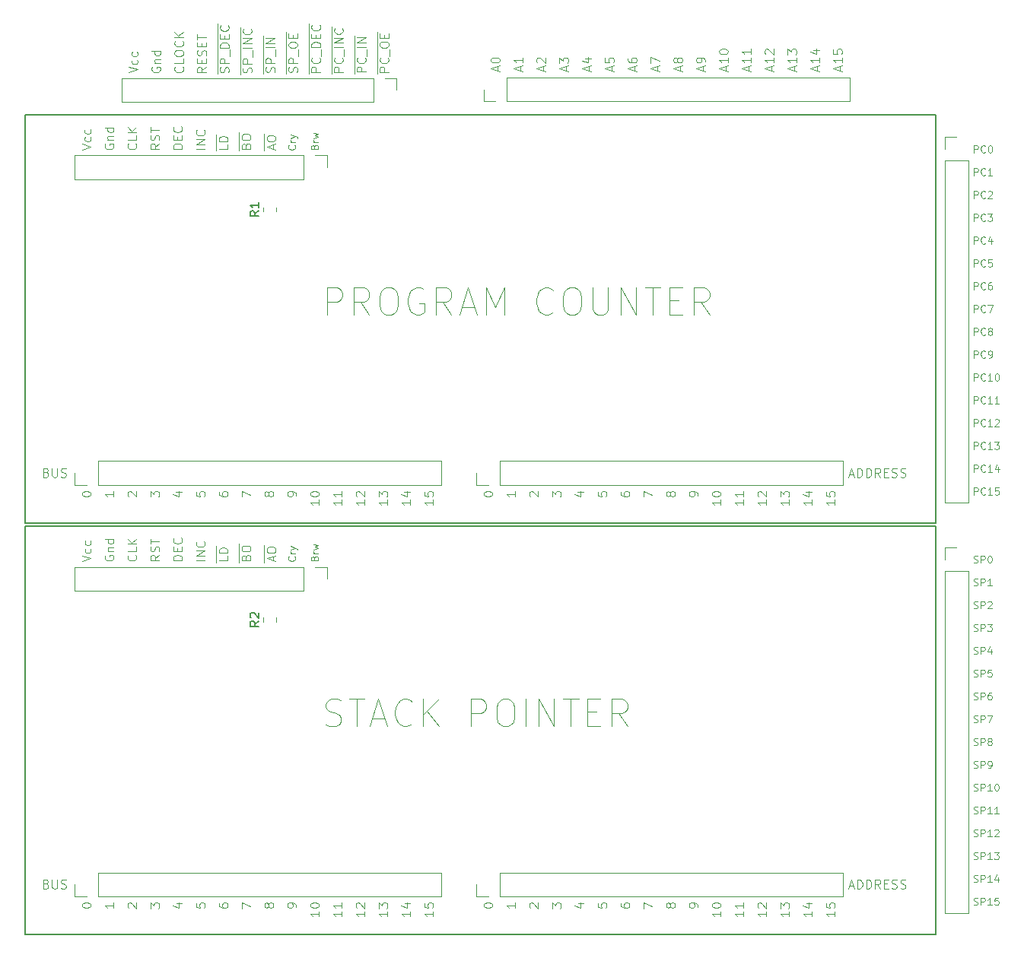
<source format=gbr>
%TF.GenerationSoftware,KiCad,Pcbnew,(6.0.0-0)*%
%TF.CreationDate,2022-01-19T10:54:39-05:00*%
%TF.ProjectId,Special-Purpose-Register-Backplane,53706563-6961-46c2-9d50-7572706f7365,rev?*%
%TF.SameCoordinates,Original*%
%TF.FileFunction,Legend,Top*%
%TF.FilePolarity,Positive*%
%FSLAX46Y46*%
G04 Gerber Fmt 4.6, Leading zero omitted, Abs format (unit mm)*
G04 Created by KiCad (PCBNEW (6.0.0-0)) date 2022-01-19 10:54:39*
%MOMM*%
%LPD*%
G01*
G04 APERTURE LIST*
%ADD10C,0.150000*%
%ADD11C,0.100000*%
%ADD12C,0.120000*%
G04 APERTURE END LIST*
D10*
X204175000Y-74025000D02*
X102825000Y-74025000D01*
X102825000Y-74025000D02*
X102825000Y-119500000D01*
X102825000Y-119500000D02*
X204175000Y-119500000D01*
X204175000Y-119500000D02*
X204175000Y-74025000D01*
X204175000Y-28225000D02*
X102825000Y-28225000D01*
X102825000Y-28225000D02*
X102825000Y-73700000D01*
X102825000Y-73700000D02*
X204175000Y-73700000D01*
X204175000Y-73700000D02*
X204175000Y-28225000D01*
D11*
X109139380Y-32137761D02*
X110139380Y-31804428D01*
X109139380Y-31471095D01*
X110091761Y-30709190D02*
X110139380Y-30804428D01*
X110139380Y-30994904D01*
X110091761Y-31090142D01*
X110044142Y-31137761D01*
X109948904Y-31185380D01*
X109663190Y-31185380D01*
X109567952Y-31137761D01*
X109520333Y-31090142D01*
X109472714Y-30994904D01*
X109472714Y-30804428D01*
X109520333Y-30709190D01*
X110091761Y-29852047D02*
X110139380Y-29947285D01*
X110139380Y-30137761D01*
X110091761Y-30233000D01*
X110044142Y-30280619D01*
X109948904Y-30328238D01*
X109663190Y-30328238D01*
X109567952Y-30280619D01*
X109520333Y-30233000D01*
X109472714Y-30137761D01*
X109472714Y-29947285D01*
X109520333Y-29852047D01*
X208392380Y-90773809D02*
X208506666Y-90811904D01*
X208697142Y-90811904D01*
X208773333Y-90773809D01*
X208811428Y-90735714D01*
X208849523Y-90659523D01*
X208849523Y-90583333D01*
X208811428Y-90507142D01*
X208773333Y-90469047D01*
X208697142Y-90430952D01*
X208544761Y-90392857D01*
X208468571Y-90354761D01*
X208430476Y-90316666D01*
X208392380Y-90240476D01*
X208392380Y-90164285D01*
X208430476Y-90088095D01*
X208468571Y-90050000D01*
X208544761Y-90011904D01*
X208735238Y-90011904D01*
X208849523Y-90050000D01*
X209192380Y-90811904D02*
X209192380Y-90011904D01*
X209497142Y-90011904D01*
X209573333Y-90050000D01*
X209611428Y-90088095D01*
X209649523Y-90164285D01*
X209649523Y-90278571D01*
X209611428Y-90354761D01*
X209573333Y-90392857D01*
X209497142Y-90430952D01*
X209192380Y-90430952D01*
X210373333Y-90011904D02*
X209992380Y-90011904D01*
X209954285Y-90392857D01*
X209992380Y-90354761D01*
X210068571Y-90316666D01*
X210259047Y-90316666D01*
X210335238Y-90354761D01*
X210373333Y-90392857D01*
X210411428Y-90469047D01*
X210411428Y-90659523D01*
X210373333Y-90735714D01*
X210335238Y-90773809D01*
X210259047Y-90811904D01*
X210068571Y-90811904D01*
X209992380Y-90773809D01*
X209954285Y-90735714D01*
X175686666Y-23269523D02*
X175686666Y-22793333D01*
X175972380Y-23364761D02*
X174972380Y-23031428D01*
X175972380Y-22698095D01*
X175400952Y-22221904D02*
X175353333Y-22317142D01*
X175305714Y-22364761D01*
X175210476Y-22412380D01*
X175162857Y-22412380D01*
X175067619Y-22364761D01*
X175020000Y-22317142D01*
X174972380Y-22221904D01*
X174972380Y-22031428D01*
X175020000Y-21936190D01*
X175067619Y-21888571D01*
X175162857Y-21840952D01*
X175210476Y-21840952D01*
X175305714Y-21888571D01*
X175353333Y-21936190D01*
X175400952Y-22031428D01*
X175400952Y-22221904D01*
X175448571Y-22317142D01*
X175496190Y-22364761D01*
X175591428Y-22412380D01*
X175781904Y-22412380D01*
X175877142Y-22364761D01*
X175924761Y-22317142D01*
X175972380Y-22221904D01*
X175972380Y-22031428D01*
X175924761Y-21936190D01*
X175877142Y-21888571D01*
X175781904Y-21840952D01*
X175591428Y-21840952D01*
X175496190Y-21888571D01*
X175448571Y-21936190D01*
X175400952Y-22031428D01*
X153843380Y-70478809D02*
X153843380Y-70383571D01*
X153891000Y-70288333D01*
X153938619Y-70240714D01*
X154033857Y-70193095D01*
X154224333Y-70145476D01*
X154462428Y-70145476D01*
X154652904Y-70193095D01*
X154748142Y-70240714D01*
X154795761Y-70288333D01*
X154843380Y-70383571D01*
X154843380Y-70478809D01*
X154795761Y-70574047D01*
X154748142Y-70621666D01*
X154652904Y-70669285D01*
X154462428Y-70716904D01*
X154224333Y-70716904D01*
X154033857Y-70669285D01*
X153938619Y-70621666D01*
X153891000Y-70574047D01*
X153843380Y-70478809D01*
X120299380Y-31994904D02*
X119299380Y-31994904D01*
X119299380Y-31756809D01*
X119347000Y-31613952D01*
X119442238Y-31518714D01*
X119537476Y-31471095D01*
X119727952Y-31423476D01*
X119870809Y-31423476D01*
X120061285Y-31471095D01*
X120156523Y-31518714D01*
X120251761Y-31613952D01*
X120299380Y-31756809D01*
X120299380Y-31994904D01*
X119775571Y-30994904D02*
X119775571Y-30661571D01*
X120299380Y-30518714D02*
X120299380Y-30994904D01*
X119299380Y-30994904D01*
X119299380Y-30518714D01*
X120204142Y-29518714D02*
X120251761Y-29566333D01*
X120299380Y-29709190D01*
X120299380Y-29804428D01*
X120251761Y-29947285D01*
X120156523Y-30042523D01*
X120061285Y-30090142D01*
X119870809Y-30137761D01*
X119727952Y-30137761D01*
X119537476Y-30090142D01*
X119442238Y-30042523D01*
X119347000Y-29947285D01*
X119299380Y-29804428D01*
X119299380Y-29709190D01*
X119347000Y-29566333D01*
X119394619Y-29518714D01*
X182788380Y-116913857D02*
X182788380Y-117485285D01*
X182788380Y-117199571D02*
X181788380Y-117199571D01*
X181931238Y-117294809D01*
X182026476Y-117390047D01*
X182074095Y-117485285D01*
X182788380Y-115961476D02*
X182788380Y-116532904D01*
X182788380Y-116247190D02*
X181788380Y-116247190D01*
X181931238Y-116342428D01*
X182026476Y-116437666D01*
X182074095Y-116532904D01*
X208392380Y-80613809D02*
X208506666Y-80651904D01*
X208697142Y-80651904D01*
X208773333Y-80613809D01*
X208811428Y-80575714D01*
X208849523Y-80499523D01*
X208849523Y-80423333D01*
X208811428Y-80347142D01*
X208773333Y-80309047D01*
X208697142Y-80270952D01*
X208544761Y-80232857D01*
X208468571Y-80194761D01*
X208430476Y-80156666D01*
X208392380Y-80080476D01*
X208392380Y-80004285D01*
X208430476Y-79928095D01*
X208468571Y-79890000D01*
X208544761Y-79851904D01*
X208735238Y-79851904D01*
X208849523Y-79890000D01*
X209192380Y-80651904D02*
X209192380Y-79851904D01*
X209497142Y-79851904D01*
X209573333Y-79890000D01*
X209611428Y-79928095D01*
X209649523Y-80004285D01*
X209649523Y-80118571D01*
X209611428Y-80194761D01*
X209573333Y-80232857D01*
X209497142Y-80270952D01*
X209192380Y-80270952D01*
X210411428Y-80651904D02*
X209954285Y-80651904D01*
X210182857Y-80651904D02*
X210182857Y-79851904D01*
X210106666Y-79966190D01*
X210030476Y-80042380D01*
X209954285Y-80080476D01*
X208430476Y-52731904D02*
X208430476Y-51931904D01*
X208735238Y-51931904D01*
X208811428Y-51970000D01*
X208849523Y-52008095D01*
X208887619Y-52084285D01*
X208887619Y-52198571D01*
X208849523Y-52274761D01*
X208811428Y-52312857D01*
X208735238Y-52350952D01*
X208430476Y-52350952D01*
X209687619Y-52655714D02*
X209649523Y-52693809D01*
X209535238Y-52731904D01*
X209459047Y-52731904D01*
X209344761Y-52693809D01*
X209268571Y-52617619D01*
X209230476Y-52541428D01*
X209192380Y-52389047D01*
X209192380Y-52274761D01*
X209230476Y-52122380D01*
X209268571Y-52046190D01*
X209344761Y-51970000D01*
X209459047Y-51931904D01*
X209535238Y-51931904D01*
X209649523Y-51970000D01*
X209687619Y-52008095D01*
X210144761Y-52274761D02*
X210068571Y-52236666D01*
X210030476Y-52198571D01*
X209992380Y-52122380D01*
X209992380Y-52084285D01*
X210030476Y-52008095D01*
X210068571Y-51970000D01*
X210144761Y-51931904D01*
X210297142Y-51931904D01*
X210373333Y-51970000D01*
X210411428Y-52008095D01*
X210449523Y-52084285D01*
X210449523Y-52122380D01*
X210411428Y-52198571D01*
X210373333Y-52236666D01*
X210297142Y-52274761D01*
X210144761Y-52274761D01*
X210068571Y-52312857D01*
X210030476Y-52350952D01*
X209992380Y-52427142D01*
X209992380Y-52579523D01*
X210030476Y-52655714D01*
X210068571Y-52693809D01*
X210144761Y-52731904D01*
X210297142Y-52731904D01*
X210373333Y-52693809D01*
X210411428Y-52655714D01*
X210449523Y-52579523D01*
X210449523Y-52427142D01*
X210411428Y-52350952D01*
X210373333Y-52312857D01*
X210297142Y-52274761D01*
X185846666Y-23269523D02*
X185846666Y-22793333D01*
X186132380Y-23364761D02*
X185132380Y-23031428D01*
X186132380Y-22698095D01*
X186132380Y-21840952D02*
X186132380Y-22412380D01*
X186132380Y-22126666D02*
X185132380Y-22126666D01*
X185275238Y-22221904D01*
X185370476Y-22317142D01*
X185418095Y-22412380D01*
X185227619Y-21460000D02*
X185180000Y-21412380D01*
X185132380Y-21317142D01*
X185132380Y-21079047D01*
X185180000Y-20983809D01*
X185227619Y-20936190D01*
X185322857Y-20888571D01*
X185418095Y-20888571D01*
X185560952Y-20936190D01*
X186132380Y-21507619D01*
X186132380Y-20888571D01*
X180243380Y-71097857D02*
X180243380Y-71669285D01*
X180243380Y-71383571D02*
X179243380Y-71383571D01*
X179386238Y-71478809D01*
X179481476Y-71574047D01*
X179529095Y-71669285D01*
X179243380Y-70478809D02*
X179243380Y-70383571D01*
X179291000Y-70288333D01*
X179338619Y-70240714D01*
X179433857Y-70193095D01*
X179624333Y-70145476D01*
X179862428Y-70145476D01*
X180052904Y-70193095D01*
X180148142Y-70240714D01*
X180195761Y-70288333D01*
X180243380Y-70383571D01*
X180243380Y-70478809D01*
X180195761Y-70574047D01*
X180148142Y-70621666D01*
X180052904Y-70669285D01*
X179862428Y-70716904D01*
X179624333Y-70716904D01*
X179433857Y-70669285D01*
X179338619Y-70621666D01*
X179291000Y-70574047D01*
X179243380Y-70478809D01*
X114314619Y-70716904D02*
X114267000Y-70669285D01*
X114219380Y-70574047D01*
X114219380Y-70335952D01*
X114267000Y-70240714D01*
X114314619Y-70193095D01*
X114409857Y-70145476D01*
X114505095Y-70145476D01*
X114647952Y-70193095D01*
X115219380Y-70764523D01*
X115219380Y-70145476D01*
X115124142Y-31423476D02*
X115171761Y-31471095D01*
X115219380Y-31613952D01*
X115219380Y-31709190D01*
X115171761Y-31852047D01*
X115076523Y-31947285D01*
X114981285Y-31994904D01*
X114790809Y-32042523D01*
X114647952Y-32042523D01*
X114457476Y-31994904D01*
X114362238Y-31947285D01*
X114267000Y-31852047D01*
X114219380Y-31709190D01*
X114219380Y-31613952D01*
X114267000Y-31471095D01*
X114314619Y-31423476D01*
X115219380Y-30518714D02*
X115219380Y-30994904D01*
X114219380Y-30994904D01*
X115219380Y-30185380D02*
X114219380Y-30185380D01*
X115219380Y-29613952D02*
X114647952Y-30042523D01*
X114219380Y-29613952D02*
X114790809Y-30185380D01*
X126637000Y-32233000D02*
X126637000Y-31233000D01*
X127395571Y-31661571D02*
X127443190Y-31518714D01*
X127490809Y-31471095D01*
X127586047Y-31423476D01*
X127728904Y-31423476D01*
X127824142Y-31471095D01*
X127871761Y-31518714D01*
X127919380Y-31613952D01*
X127919380Y-31994904D01*
X126919380Y-31994904D01*
X126919380Y-31661571D01*
X126967000Y-31566333D01*
X127014619Y-31518714D01*
X127109857Y-31471095D01*
X127205095Y-31471095D01*
X127300333Y-31518714D01*
X127347952Y-31566333D01*
X127395571Y-31661571D01*
X127395571Y-31994904D01*
X126637000Y-31233000D02*
X126637000Y-30185380D01*
X126919380Y-30804428D02*
X126919380Y-30613952D01*
X126967000Y-30518714D01*
X127062238Y-30423476D01*
X127252714Y-30375857D01*
X127586047Y-30375857D01*
X127776523Y-30423476D01*
X127871761Y-30518714D01*
X127919380Y-30613952D01*
X127919380Y-30804428D01*
X127871761Y-30899666D01*
X127776523Y-30994904D01*
X127586047Y-31042523D01*
X127252714Y-31042523D01*
X127062238Y-30994904D01*
X126967000Y-30899666D01*
X126919380Y-30804428D01*
X153848380Y-116294809D02*
X153848380Y-116199571D01*
X153896000Y-116104333D01*
X153943619Y-116056714D01*
X154038857Y-116009095D01*
X154229333Y-115961476D01*
X154467428Y-115961476D01*
X154657904Y-116009095D01*
X154753142Y-116056714D01*
X154800761Y-116104333D01*
X154848380Y-116199571D01*
X154848380Y-116294809D01*
X154800761Y-116390047D01*
X154753142Y-116437666D01*
X154657904Y-116485285D01*
X154467428Y-116532904D01*
X154229333Y-116532904D01*
X154038857Y-116485285D01*
X153943619Y-116437666D01*
X153896000Y-116390047D01*
X153848380Y-116294809D01*
X126919380Y-70764523D02*
X126919380Y-70097857D01*
X127919380Y-70526428D01*
X208392380Y-111093809D02*
X208506666Y-111131904D01*
X208697142Y-111131904D01*
X208773333Y-111093809D01*
X208811428Y-111055714D01*
X208849523Y-110979523D01*
X208849523Y-110903333D01*
X208811428Y-110827142D01*
X208773333Y-110789047D01*
X208697142Y-110750952D01*
X208544761Y-110712857D01*
X208468571Y-110674761D01*
X208430476Y-110636666D01*
X208392380Y-110560476D01*
X208392380Y-110484285D01*
X208430476Y-110408095D01*
X208468571Y-110370000D01*
X208544761Y-110331904D01*
X208735238Y-110331904D01*
X208849523Y-110370000D01*
X209192380Y-111131904D02*
X209192380Y-110331904D01*
X209497142Y-110331904D01*
X209573333Y-110370000D01*
X209611428Y-110408095D01*
X209649523Y-110484285D01*
X209649523Y-110598571D01*
X209611428Y-110674761D01*
X209573333Y-110712857D01*
X209497142Y-110750952D01*
X209192380Y-110750952D01*
X210411428Y-111131904D02*
X209954285Y-111131904D01*
X210182857Y-111131904D02*
X210182857Y-110331904D01*
X210106666Y-110446190D01*
X210030476Y-110522380D01*
X209954285Y-110560476D01*
X210678095Y-110331904D02*
X211173333Y-110331904D01*
X210906666Y-110636666D01*
X211020952Y-110636666D01*
X211097142Y-110674761D01*
X211135238Y-110712857D01*
X211173333Y-110789047D01*
X211173333Y-110979523D01*
X211135238Y-111055714D01*
X211097142Y-111093809D01*
X211020952Y-111131904D01*
X210792380Y-111131904D01*
X210716190Y-111093809D01*
X210678095Y-111055714D01*
X208430476Y-65431904D02*
X208430476Y-64631904D01*
X208735238Y-64631904D01*
X208811428Y-64670000D01*
X208849523Y-64708095D01*
X208887619Y-64784285D01*
X208887619Y-64898571D01*
X208849523Y-64974761D01*
X208811428Y-65012857D01*
X208735238Y-65050952D01*
X208430476Y-65050952D01*
X209687619Y-65355714D02*
X209649523Y-65393809D01*
X209535238Y-65431904D01*
X209459047Y-65431904D01*
X209344761Y-65393809D01*
X209268571Y-65317619D01*
X209230476Y-65241428D01*
X209192380Y-65089047D01*
X209192380Y-64974761D01*
X209230476Y-64822380D01*
X209268571Y-64746190D01*
X209344761Y-64670000D01*
X209459047Y-64631904D01*
X209535238Y-64631904D01*
X209649523Y-64670000D01*
X209687619Y-64708095D01*
X210449523Y-65431904D02*
X209992380Y-65431904D01*
X210220952Y-65431904D02*
X210220952Y-64631904D01*
X210144761Y-64746190D01*
X210068571Y-64822380D01*
X209992380Y-64860476D01*
X210716190Y-64631904D02*
X211211428Y-64631904D01*
X210944761Y-64936666D01*
X211059047Y-64936666D01*
X211135238Y-64974761D01*
X211173333Y-65012857D01*
X211211428Y-65089047D01*
X211211428Y-65279523D01*
X211173333Y-65355714D01*
X211135238Y-65393809D01*
X211059047Y-65431904D01*
X210830476Y-65431904D01*
X210754285Y-65393809D01*
X210716190Y-65355714D01*
X208430476Y-32411904D02*
X208430476Y-31611904D01*
X208735238Y-31611904D01*
X208811428Y-31650000D01*
X208849523Y-31688095D01*
X208887619Y-31764285D01*
X208887619Y-31878571D01*
X208849523Y-31954761D01*
X208811428Y-31992857D01*
X208735238Y-32030952D01*
X208430476Y-32030952D01*
X209687619Y-32335714D02*
X209649523Y-32373809D01*
X209535238Y-32411904D01*
X209459047Y-32411904D01*
X209344761Y-32373809D01*
X209268571Y-32297619D01*
X209230476Y-32221428D01*
X209192380Y-32069047D01*
X209192380Y-31954761D01*
X209230476Y-31802380D01*
X209268571Y-31726190D01*
X209344761Y-31650000D01*
X209459047Y-31611904D01*
X209535238Y-31611904D01*
X209649523Y-31650000D01*
X209687619Y-31688095D01*
X210182857Y-31611904D02*
X210259047Y-31611904D01*
X210335238Y-31650000D01*
X210373333Y-31688095D01*
X210411428Y-31764285D01*
X210449523Y-31916666D01*
X210449523Y-32107142D01*
X210411428Y-32259523D01*
X210373333Y-32335714D01*
X210335238Y-32373809D01*
X210259047Y-32411904D01*
X210182857Y-32411904D01*
X210106666Y-32373809D01*
X210068571Y-32335714D01*
X210030476Y-32259523D01*
X209992380Y-32107142D01*
X209992380Y-31916666D01*
X210030476Y-31764285D01*
X210068571Y-31688095D01*
X210106666Y-31650000D01*
X210182857Y-31611904D01*
X136931000Y-23685000D02*
X136931000Y-22685000D01*
X138213380Y-23446904D02*
X137213380Y-23446904D01*
X137213380Y-23065952D01*
X137261000Y-22970714D01*
X137308619Y-22923095D01*
X137403857Y-22875476D01*
X137546714Y-22875476D01*
X137641952Y-22923095D01*
X137689571Y-22970714D01*
X137737190Y-23065952D01*
X137737190Y-23446904D01*
X136931000Y-22685000D02*
X136931000Y-21685000D01*
X138118142Y-21875476D02*
X138165761Y-21923095D01*
X138213380Y-22065952D01*
X138213380Y-22161190D01*
X138165761Y-22304047D01*
X138070523Y-22399285D01*
X137975285Y-22446904D01*
X137784809Y-22494523D01*
X137641952Y-22494523D01*
X137451476Y-22446904D01*
X137356238Y-22399285D01*
X137261000Y-22304047D01*
X137213380Y-22161190D01*
X137213380Y-22065952D01*
X137261000Y-21923095D01*
X137308619Y-21875476D01*
X136931000Y-21685000D02*
X136931000Y-20923095D01*
X138308619Y-21685000D02*
X138308619Y-20923095D01*
X136931000Y-20923095D02*
X136931000Y-20446904D01*
X138213380Y-20685000D02*
X137213380Y-20685000D01*
X136931000Y-20446904D02*
X136931000Y-19399285D01*
X138213380Y-20208809D02*
X137213380Y-20208809D01*
X138213380Y-19637380D01*
X137213380Y-19637380D01*
X136931000Y-19399285D02*
X136931000Y-18399285D01*
X138118142Y-18589761D02*
X138165761Y-18637380D01*
X138213380Y-18780238D01*
X138213380Y-18875476D01*
X138165761Y-19018333D01*
X138070523Y-19113571D01*
X137975285Y-19161190D01*
X137784809Y-19208809D01*
X137641952Y-19208809D01*
X137451476Y-19161190D01*
X137356238Y-19113571D01*
X137261000Y-19018333D01*
X137213380Y-18875476D01*
X137213380Y-18780238D01*
X137261000Y-18637380D01*
X137308619Y-18589761D01*
X117764380Y-77239476D02*
X117288190Y-77572809D01*
X117764380Y-77810904D02*
X116764380Y-77810904D01*
X116764380Y-77429952D01*
X116812000Y-77334714D01*
X116859619Y-77287095D01*
X116954857Y-77239476D01*
X117097714Y-77239476D01*
X117192952Y-77287095D01*
X117240571Y-77334714D01*
X117288190Y-77429952D01*
X117288190Y-77810904D01*
X117716761Y-76858523D02*
X117764380Y-76715666D01*
X117764380Y-76477571D01*
X117716761Y-76382333D01*
X117669142Y-76334714D01*
X117573904Y-76287095D01*
X117478666Y-76287095D01*
X117383428Y-76334714D01*
X117335809Y-76382333D01*
X117288190Y-76477571D01*
X117240571Y-76668047D01*
X117192952Y-76763285D01*
X117145333Y-76810904D01*
X117050095Y-76858523D01*
X116954857Y-76858523D01*
X116859619Y-76810904D01*
X116812000Y-76763285D01*
X116764380Y-76668047D01*
X116764380Y-76429952D01*
X116812000Y-76287095D01*
X116764380Y-76001380D02*
X116764380Y-75429952D01*
X117764380Y-75715666D02*
X116764380Y-75715666D01*
X177703380Y-70621666D02*
X177703380Y-70431190D01*
X177655761Y-70335952D01*
X177608142Y-70288333D01*
X177465285Y-70193095D01*
X177274809Y-70145476D01*
X176893857Y-70145476D01*
X176798619Y-70193095D01*
X176751000Y-70240714D01*
X176703380Y-70335952D01*
X176703380Y-70526428D01*
X176751000Y-70621666D01*
X176798619Y-70669285D01*
X176893857Y-70716904D01*
X177131952Y-70716904D01*
X177227190Y-70669285D01*
X177274809Y-70621666D01*
X177322428Y-70526428D01*
X177322428Y-70335952D01*
X177274809Y-70240714D01*
X177227190Y-70193095D01*
X177131952Y-70145476D01*
X148244380Y-116913857D02*
X148244380Y-117485285D01*
X148244380Y-117199571D02*
X147244380Y-117199571D01*
X147387238Y-117294809D01*
X147482476Y-117390047D01*
X147530095Y-117485285D01*
X147244380Y-116009095D02*
X147244380Y-116485285D01*
X147720571Y-116532904D01*
X147672952Y-116485285D01*
X147625333Y-116390047D01*
X147625333Y-116151952D01*
X147672952Y-116056714D01*
X147720571Y-116009095D01*
X147815809Y-115961476D01*
X148053904Y-115961476D01*
X148149142Y-116009095D01*
X148196761Y-116056714D01*
X148244380Y-116151952D01*
X148244380Y-116390047D01*
X148196761Y-116485285D01*
X148149142Y-116532904D01*
X166548380Y-116009095D02*
X166548380Y-116485285D01*
X167024571Y-116532904D01*
X166976952Y-116485285D01*
X166929333Y-116390047D01*
X166929333Y-116151952D01*
X166976952Y-116056714D01*
X167024571Y-116009095D01*
X167119809Y-115961476D01*
X167357904Y-115961476D01*
X167453142Y-116009095D01*
X167500761Y-116056714D01*
X167548380Y-116151952D01*
X167548380Y-116390047D01*
X167500761Y-116485285D01*
X167453142Y-116532904D01*
X148239380Y-71097857D02*
X148239380Y-71669285D01*
X148239380Y-71383571D02*
X147239380Y-71383571D01*
X147382238Y-71478809D01*
X147477476Y-71574047D01*
X147525095Y-71669285D01*
X147239380Y-70193095D02*
X147239380Y-70669285D01*
X147715571Y-70716904D01*
X147667952Y-70669285D01*
X147620333Y-70574047D01*
X147620333Y-70335952D01*
X147667952Y-70240714D01*
X147715571Y-70193095D01*
X147810809Y-70145476D01*
X148048904Y-70145476D01*
X148144142Y-70193095D01*
X148191761Y-70240714D01*
X148239380Y-70335952D01*
X148239380Y-70574047D01*
X148191761Y-70669285D01*
X148144142Y-70716904D01*
X161463380Y-70764523D02*
X161463380Y-70145476D01*
X161844333Y-70478809D01*
X161844333Y-70335952D01*
X161891952Y-70240714D01*
X161939571Y-70193095D01*
X162034809Y-70145476D01*
X162272904Y-70145476D01*
X162368142Y-70193095D01*
X162415761Y-70240714D01*
X162463380Y-70335952D01*
X162463380Y-70621666D01*
X162415761Y-70716904D01*
X162368142Y-70764523D01*
X169088380Y-116056714D02*
X169088380Y-116247190D01*
X169136000Y-116342428D01*
X169183619Y-116390047D01*
X169326476Y-116485285D01*
X169516952Y-116532904D01*
X169897904Y-116532904D01*
X169993142Y-116485285D01*
X170040761Y-116437666D01*
X170088380Y-116342428D01*
X170088380Y-116151952D01*
X170040761Y-116056714D01*
X169993142Y-116009095D01*
X169897904Y-115961476D01*
X169659809Y-115961476D01*
X169564571Y-116009095D01*
X169516952Y-116056714D01*
X169469333Y-116151952D01*
X169469333Y-116342428D01*
X169516952Y-116437666D01*
X169564571Y-116485285D01*
X169659809Y-116532904D01*
X208430476Y-57811904D02*
X208430476Y-57011904D01*
X208735238Y-57011904D01*
X208811428Y-57050000D01*
X208849523Y-57088095D01*
X208887619Y-57164285D01*
X208887619Y-57278571D01*
X208849523Y-57354761D01*
X208811428Y-57392857D01*
X208735238Y-57430952D01*
X208430476Y-57430952D01*
X209687619Y-57735714D02*
X209649523Y-57773809D01*
X209535238Y-57811904D01*
X209459047Y-57811904D01*
X209344761Y-57773809D01*
X209268571Y-57697619D01*
X209230476Y-57621428D01*
X209192380Y-57469047D01*
X209192380Y-57354761D01*
X209230476Y-57202380D01*
X209268571Y-57126190D01*
X209344761Y-57050000D01*
X209459047Y-57011904D01*
X209535238Y-57011904D01*
X209649523Y-57050000D01*
X209687619Y-57088095D01*
X210449523Y-57811904D02*
X209992380Y-57811904D01*
X210220952Y-57811904D02*
X210220952Y-57011904D01*
X210144761Y-57126190D01*
X210068571Y-57202380D01*
X209992380Y-57240476D01*
X210944761Y-57011904D02*
X211020952Y-57011904D01*
X211097142Y-57050000D01*
X211135238Y-57088095D01*
X211173333Y-57164285D01*
X211211428Y-57316666D01*
X211211428Y-57507142D01*
X211173333Y-57659523D01*
X211135238Y-57735714D01*
X211097142Y-57773809D01*
X211020952Y-57811904D01*
X210944761Y-57811904D01*
X210868571Y-57773809D01*
X210830476Y-57735714D01*
X210792380Y-57659523D01*
X210754285Y-57507142D01*
X210754285Y-57316666D01*
X210792380Y-57164285D01*
X210830476Y-57088095D01*
X210868571Y-57050000D01*
X210944761Y-57011904D01*
X173146666Y-23269523D02*
X173146666Y-22793333D01*
X173432380Y-23364761D02*
X172432380Y-23031428D01*
X173432380Y-22698095D01*
X172432380Y-22460000D02*
X172432380Y-21793333D01*
X173432380Y-22221904D01*
X157388380Y-115961476D02*
X157388380Y-116532904D01*
X157388380Y-116247190D02*
X156388380Y-116247190D01*
X156531238Y-116342428D01*
X156626476Y-116437666D01*
X156674095Y-116532904D01*
X129331000Y-23660000D02*
X129331000Y-22707619D01*
X130565761Y-23469523D02*
X130613380Y-23326666D01*
X130613380Y-23088571D01*
X130565761Y-22993333D01*
X130518142Y-22945714D01*
X130422904Y-22898095D01*
X130327666Y-22898095D01*
X130232428Y-22945714D01*
X130184809Y-22993333D01*
X130137190Y-23088571D01*
X130089571Y-23279047D01*
X130041952Y-23374285D01*
X129994333Y-23421904D01*
X129899095Y-23469523D01*
X129803857Y-23469523D01*
X129708619Y-23421904D01*
X129661000Y-23374285D01*
X129613380Y-23279047D01*
X129613380Y-23040952D01*
X129661000Y-22898095D01*
X129331000Y-22707619D02*
X129331000Y-21707619D01*
X130613380Y-22469523D02*
X129613380Y-22469523D01*
X129613380Y-22088571D01*
X129661000Y-21993333D01*
X129708619Y-21945714D01*
X129803857Y-21898095D01*
X129946714Y-21898095D01*
X130041952Y-21945714D01*
X130089571Y-21993333D01*
X130137190Y-22088571D01*
X130137190Y-22469523D01*
X129331000Y-21707619D02*
X129331000Y-20945714D01*
X130708619Y-21707619D02*
X130708619Y-20945714D01*
X129331000Y-20945714D02*
X129331000Y-20469523D01*
X130613380Y-20707619D02*
X129613380Y-20707619D01*
X129331000Y-20469523D02*
X129331000Y-19421904D01*
X130613380Y-20231428D02*
X129613380Y-20231428D01*
X130613380Y-19660000D01*
X129613380Y-19660000D01*
X187863380Y-71097857D02*
X187863380Y-71669285D01*
X187863380Y-71383571D02*
X186863380Y-71383571D01*
X187006238Y-71478809D01*
X187101476Y-71574047D01*
X187149095Y-71669285D01*
X186863380Y-70764523D02*
X186863380Y-70145476D01*
X187244333Y-70478809D01*
X187244333Y-70335952D01*
X187291952Y-70240714D01*
X187339571Y-70193095D01*
X187434809Y-70145476D01*
X187672904Y-70145476D01*
X187768142Y-70193095D01*
X187815761Y-70240714D01*
X187863380Y-70335952D01*
X187863380Y-70621666D01*
X187815761Y-70716904D01*
X187768142Y-70764523D01*
X208392380Y-93313809D02*
X208506666Y-93351904D01*
X208697142Y-93351904D01*
X208773333Y-93313809D01*
X208811428Y-93275714D01*
X208849523Y-93199523D01*
X208849523Y-93123333D01*
X208811428Y-93047142D01*
X208773333Y-93009047D01*
X208697142Y-92970952D01*
X208544761Y-92932857D01*
X208468571Y-92894761D01*
X208430476Y-92856666D01*
X208392380Y-92780476D01*
X208392380Y-92704285D01*
X208430476Y-92628095D01*
X208468571Y-92590000D01*
X208544761Y-92551904D01*
X208735238Y-92551904D01*
X208849523Y-92590000D01*
X209192380Y-93351904D02*
X209192380Y-92551904D01*
X209497142Y-92551904D01*
X209573333Y-92590000D01*
X209611428Y-92628095D01*
X209649523Y-92704285D01*
X209649523Y-92818571D01*
X209611428Y-92894761D01*
X209573333Y-92932857D01*
X209497142Y-92970952D01*
X209192380Y-92970952D01*
X210335238Y-92551904D02*
X210182857Y-92551904D01*
X210106666Y-92590000D01*
X210068571Y-92628095D01*
X209992380Y-92742380D01*
X209954285Y-92894761D01*
X209954285Y-93199523D01*
X209992380Y-93275714D01*
X210030476Y-93313809D01*
X210106666Y-93351904D01*
X210259047Y-93351904D01*
X210335238Y-93313809D01*
X210373333Y-93275714D01*
X210411428Y-93199523D01*
X210411428Y-93009047D01*
X210373333Y-92932857D01*
X210335238Y-92894761D01*
X210259047Y-92856666D01*
X210106666Y-92856666D01*
X210030476Y-92894761D01*
X209992380Y-92932857D01*
X209954285Y-93009047D01*
X129892952Y-116342428D02*
X129845333Y-116437666D01*
X129797714Y-116485285D01*
X129702476Y-116532904D01*
X129654857Y-116532904D01*
X129559619Y-116485285D01*
X129512000Y-116437666D01*
X129464380Y-116342428D01*
X129464380Y-116151952D01*
X129512000Y-116056714D01*
X129559619Y-116009095D01*
X129654857Y-115961476D01*
X129702476Y-115961476D01*
X129797714Y-116009095D01*
X129845333Y-116056714D01*
X129892952Y-116151952D01*
X129892952Y-116342428D01*
X129940571Y-116437666D01*
X129988190Y-116485285D01*
X130083428Y-116532904D01*
X130273904Y-116532904D01*
X130369142Y-116485285D01*
X130416761Y-116437666D01*
X130464380Y-116342428D01*
X130464380Y-116151952D01*
X130416761Y-116056714D01*
X130369142Y-116009095D01*
X130273904Y-115961476D01*
X130083428Y-115961476D01*
X129988190Y-116009095D01*
X129940571Y-116056714D01*
X129892952Y-116151952D01*
X121844380Y-116009095D02*
X121844380Y-116485285D01*
X122320571Y-116532904D01*
X122272952Y-116485285D01*
X122225333Y-116390047D01*
X122225333Y-116151952D01*
X122272952Y-116056714D01*
X122320571Y-116009095D01*
X122415809Y-115961476D01*
X122653904Y-115961476D01*
X122749142Y-116009095D01*
X122796761Y-116056714D01*
X122844380Y-116151952D01*
X122844380Y-116390047D01*
X122796761Y-116485285D01*
X122749142Y-116532904D01*
X182783380Y-71097857D02*
X182783380Y-71669285D01*
X182783380Y-71383571D02*
X181783380Y-71383571D01*
X181926238Y-71478809D01*
X182021476Y-71574047D01*
X182069095Y-71669285D01*
X182783380Y-70145476D02*
X182783380Y-70716904D01*
X182783380Y-70431190D02*
X181783380Y-70431190D01*
X181926238Y-70526428D01*
X182021476Y-70621666D01*
X182069095Y-70716904D01*
X129436000Y-78049000D02*
X129436000Y-77191857D01*
X130432666Y-77858523D02*
X130432666Y-77382333D01*
X130718380Y-77953761D02*
X129718380Y-77620428D01*
X130718380Y-77287095D01*
X129436000Y-77191857D02*
X129436000Y-76144238D01*
X129718380Y-76763285D02*
X129718380Y-76572809D01*
X129766000Y-76477571D01*
X129861238Y-76382333D01*
X130051714Y-76334714D01*
X130385047Y-76334714D01*
X130575523Y-76382333D01*
X130670761Y-76477571D01*
X130718380Y-76572809D01*
X130718380Y-76763285D01*
X130670761Y-76858523D01*
X130575523Y-76953761D01*
X130385047Y-77001380D01*
X130051714Y-77001380D01*
X129861238Y-76953761D01*
X129766000Y-76858523D01*
X129718380Y-76763285D01*
X134406000Y-23685000D02*
X134406000Y-22685000D01*
X135688380Y-23446904D02*
X134688380Y-23446904D01*
X134688380Y-23065952D01*
X134736000Y-22970714D01*
X134783619Y-22923095D01*
X134878857Y-22875476D01*
X135021714Y-22875476D01*
X135116952Y-22923095D01*
X135164571Y-22970714D01*
X135212190Y-23065952D01*
X135212190Y-23446904D01*
X134406000Y-22685000D02*
X134406000Y-21685000D01*
X135593142Y-21875476D02*
X135640761Y-21923095D01*
X135688380Y-22065952D01*
X135688380Y-22161190D01*
X135640761Y-22304047D01*
X135545523Y-22399285D01*
X135450285Y-22446904D01*
X135259809Y-22494523D01*
X135116952Y-22494523D01*
X134926476Y-22446904D01*
X134831238Y-22399285D01*
X134736000Y-22304047D01*
X134688380Y-22161190D01*
X134688380Y-22065952D01*
X134736000Y-21923095D01*
X134783619Y-21875476D01*
X134406000Y-21685000D02*
X134406000Y-20923095D01*
X135783619Y-21685000D02*
X135783619Y-20923095D01*
X134406000Y-20923095D02*
X134406000Y-19923095D01*
X135688380Y-20685000D02*
X134688380Y-20685000D01*
X134688380Y-20446904D01*
X134736000Y-20304047D01*
X134831238Y-20208809D01*
X134926476Y-20161190D01*
X135116952Y-20113571D01*
X135259809Y-20113571D01*
X135450285Y-20161190D01*
X135545523Y-20208809D01*
X135640761Y-20304047D01*
X135688380Y-20446904D01*
X135688380Y-20685000D01*
X134406000Y-19923095D02*
X134406000Y-19018333D01*
X135164571Y-19685000D02*
X135164571Y-19351666D01*
X135688380Y-19208809D02*
X135688380Y-19685000D01*
X134688380Y-19685000D01*
X134688380Y-19208809D01*
X134406000Y-19018333D02*
X134406000Y-18018333D01*
X135593142Y-18208809D02*
X135640761Y-18256428D01*
X135688380Y-18399285D01*
X135688380Y-18494523D01*
X135640761Y-18637380D01*
X135545523Y-18732619D01*
X135450285Y-18780238D01*
X135259809Y-18827857D01*
X135116952Y-18827857D01*
X134926476Y-18780238D01*
X134831238Y-18732619D01*
X134736000Y-18637380D01*
X134688380Y-18494523D01*
X134688380Y-18399285D01*
X134736000Y-18256428D01*
X134783619Y-18208809D01*
X132837714Y-77401380D02*
X132875809Y-77439476D01*
X132913904Y-77553761D01*
X132913904Y-77629952D01*
X132875809Y-77744238D01*
X132799619Y-77820428D01*
X132723428Y-77858523D01*
X132571047Y-77896619D01*
X132456761Y-77896619D01*
X132304380Y-77858523D01*
X132228190Y-77820428D01*
X132152000Y-77744238D01*
X132113904Y-77629952D01*
X132113904Y-77553761D01*
X132152000Y-77439476D01*
X132190095Y-77401380D01*
X132913904Y-77058523D02*
X132380571Y-77058523D01*
X132532952Y-77058523D02*
X132456761Y-77020428D01*
X132418666Y-76982333D01*
X132380571Y-76906142D01*
X132380571Y-76829952D01*
X132380571Y-76639476D02*
X132913904Y-76449000D01*
X132380571Y-76258523D02*
X132913904Y-76449000D01*
X133104380Y-76525190D01*
X133142476Y-76563285D01*
X133180571Y-76639476D01*
X208392380Y-98393809D02*
X208506666Y-98431904D01*
X208697142Y-98431904D01*
X208773333Y-98393809D01*
X208811428Y-98355714D01*
X208849523Y-98279523D01*
X208849523Y-98203333D01*
X208811428Y-98127142D01*
X208773333Y-98089047D01*
X208697142Y-98050952D01*
X208544761Y-98012857D01*
X208468571Y-97974761D01*
X208430476Y-97936666D01*
X208392380Y-97860476D01*
X208392380Y-97784285D01*
X208430476Y-97708095D01*
X208468571Y-97670000D01*
X208544761Y-97631904D01*
X208735238Y-97631904D01*
X208849523Y-97670000D01*
X209192380Y-98431904D02*
X209192380Y-97631904D01*
X209497142Y-97631904D01*
X209573333Y-97670000D01*
X209611428Y-97708095D01*
X209649523Y-97784285D01*
X209649523Y-97898571D01*
X209611428Y-97974761D01*
X209573333Y-98012857D01*
X209497142Y-98050952D01*
X209192380Y-98050952D01*
X210106666Y-97974761D02*
X210030476Y-97936666D01*
X209992380Y-97898571D01*
X209954285Y-97822380D01*
X209954285Y-97784285D01*
X209992380Y-97708095D01*
X210030476Y-97670000D01*
X210106666Y-97631904D01*
X210259047Y-97631904D01*
X210335238Y-97670000D01*
X210373333Y-97708095D01*
X210411428Y-97784285D01*
X210411428Y-97822380D01*
X210373333Y-97898571D01*
X210335238Y-97936666D01*
X210259047Y-97974761D01*
X210106666Y-97974761D01*
X210030476Y-98012857D01*
X209992380Y-98050952D01*
X209954285Y-98127142D01*
X209954285Y-98279523D01*
X209992380Y-98355714D01*
X210030476Y-98393809D01*
X210106666Y-98431904D01*
X210259047Y-98431904D01*
X210335238Y-98393809D01*
X210373333Y-98355714D01*
X210411428Y-98279523D01*
X210411428Y-98127142D01*
X210373333Y-98050952D01*
X210335238Y-98012857D01*
X210259047Y-97974761D01*
X208430476Y-70511904D02*
X208430476Y-69711904D01*
X208735238Y-69711904D01*
X208811428Y-69750000D01*
X208849523Y-69788095D01*
X208887619Y-69864285D01*
X208887619Y-69978571D01*
X208849523Y-70054761D01*
X208811428Y-70092857D01*
X208735238Y-70130952D01*
X208430476Y-70130952D01*
X209687619Y-70435714D02*
X209649523Y-70473809D01*
X209535238Y-70511904D01*
X209459047Y-70511904D01*
X209344761Y-70473809D01*
X209268571Y-70397619D01*
X209230476Y-70321428D01*
X209192380Y-70169047D01*
X209192380Y-70054761D01*
X209230476Y-69902380D01*
X209268571Y-69826190D01*
X209344761Y-69750000D01*
X209459047Y-69711904D01*
X209535238Y-69711904D01*
X209649523Y-69750000D01*
X209687619Y-69788095D01*
X210449523Y-70511904D02*
X209992380Y-70511904D01*
X210220952Y-70511904D02*
X210220952Y-69711904D01*
X210144761Y-69826190D01*
X210068571Y-69902380D01*
X209992380Y-69940476D01*
X211173333Y-69711904D02*
X210792380Y-69711904D01*
X210754285Y-70092857D01*
X210792380Y-70054761D01*
X210868571Y-70016666D01*
X211059047Y-70016666D01*
X211135238Y-70054761D01*
X211173333Y-70092857D01*
X211211428Y-70169047D01*
X211211428Y-70359523D01*
X211173333Y-70435714D01*
X211135238Y-70473809D01*
X211059047Y-70511904D01*
X210868571Y-70511904D01*
X210792380Y-70473809D01*
X210754285Y-70435714D01*
X208392380Y-103473809D02*
X208506666Y-103511904D01*
X208697142Y-103511904D01*
X208773333Y-103473809D01*
X208811428Y-103435714D01*
X208849523Y-103359523D01*
X208849523Y-103283333D01*
X208811428Y-103207142D01*
X208773333Y-103169047D01*
X208697142Y-103130952D01*
X208544761Y-103092857D01*
X208468571Y-103054761D01*
X208430476Y-103016666D01*
X208392380Y-102940476D01*
X208392380Y-102864285D01*
X208430476Y-102788095D01*
X208468571Y-102750000D01*
X208544761Y-102711904D01*
X208735238Y-102711904D01*
X208849523Y-102750000D01*
X209192380Y-103511904D02*
X209192380Y-102711904D01*
X209497142Y-102711904D01*
X209573333Y-102750000D01*
X209611428Y-102788095D01*
X209649523Y-102864285D01*
X209649523Y-102978571D01*
X209611428Y-103054761D01*
X209573333Y-103092857D01*
X209497142Y-103130952D01*
X209192380Y-103130952D01*
X210411428Y-103511904D02*
X209954285Y-103511904D01*
X210182857Y-103511904D02*
X210182857Y-102711904D01*
X210106666Y-102826190D01*
X210030476Y-102902380D01*
X209954285Y-102940476D01*
X210906666Y-102711904D02*
X210982857Y-102711904D01*
X211059047Y-102750000D01*
X211097142Y-102788095D01*
X211135238Y-102864285D01*
X211173333Y-103016666D01*
X211173333Y-103207142D01*
X211135238Y-103359523D01*
X211097142Y-103435714D01*
X211059047Y-103473809D01*
X210982857Y-103511904D01*
X210906666Y-103511904D01*
X210830476Y-103473809D01*
X210792380Y-103435714D01*
X210754285Y-103359523D01*
X210716190Y-103207142D01*
X210716190Y-103016666D01*
X210754285Y-102864285D01*
X210792380Y-102788095D01*
X210830476Y-102750000D01*
X210906666Y-102711904D01*
X140619380Y-71097857D02*
X140619380Y-71669285D01*
X140619380Y-71383571D02*
X139619380Y-71383571D01*
X139762238Y-71478809D01*
X139857476Y-71574047D01*
X139905095Y-71669285D01*
X139714619Y-70716904D02*
X139667000Y-70669285D01*
X139619380Y-70574047D01*
X139619380Y-70335952D01*
X139667000Y-70240714D01*
X139714619Y-70193095D01*
X139809857Y-70145476D01*
X139905095Y-70145476D01*
X140047952Y-70193095D01*
X140619380Y-70764523D01*
X140619380Y-70145476D01*
X183306666Y-23269523D02*
X183306666Y-22793333D01*
X183592380Y-23364761D02*
X182592380Y-23031428D01*
X183592380Y-22698095D01*
X183592380Y-21840952D02*
X183592380Y-22412380D01*
X183592380Y-22126666D02*
X182592380Y-22126666D01*
X182735238Y-22221904D01*
X182830476Y-22317142D01*
X182878095Y-22412380D01*
X183592380Y-20888571D02*
X183592380Y-21460000D01*
X183592380Y-21174285D02*
X182592380Y-21174285D01*
X182735238Y-21269523D01*
X182830476Y-21364761D01*
X182878095Y-21460000D01*
X208430476Y-50191904D02*
X208430476Y-49391904D01*
X208735238Y-49391904D01*
X208811428Y-49430000D01*
X208849523Y-49468095D01*
X208887619Y-49544285D01*
X208887619Y-49658571D01*
X208849523Y-49734761D01*
X208811428Y-49772857D01*
X208735238Y-49810952D01*
X208430476Y-49810952D01*
X209687619Y-50115714D02*
X209649523Y-50153809D01*
X209535238Y-50191904D01*
X209459047Y-50191904D01*
X209344761Y-50153809D01*
X209268571Y-50077619D01*
X209230476Y-50001428D01*
X209192380Y-49849047D01*
X209192380Y-49734761D01*
X209230476Y-49582380D01*
X209268571Y-49506190D01*
X209344761Y-49430000D01*
X209459047Y-49391904D01*
X209535238Y-49391904D01*
X209649523Y-49430000D01*
X209687619Y-49468095D01*
X209954285Y-49391904D02*
X210487619Y-49391904D01*
X210144761Y-50191904D01*
X188386666Y-23269523D02*
X188386666Y-22793333D01*
X188672380Y-23364761D02*
X187672380Y-23031428D01*
X188672380Y-22698095D01*
X188672380Y-21840952D02*
X188672380Y-22412380D01*
X188672380Y-22126666D02*
X187672380Y-22126666D01*
X187815238Y-22221904D01*
X187910476Y-22317142D01*
X187958095Y-22412380D01*
X187672380Y-21507619D02*
X187672380Y-20888571D01*
X188053333Y-21221904D01*
X188053333Y-21079047D01*
X188100952Y-20983809D01*
X188148571Y-20936190D01*
X188243809Y-20888571D01*
X188481904Y-20888571D01*
X188577142Y-20936190D01*
X188624761Y-20983809D01*
X188672380Y-21079047D01*
X188672380Y-21364761D01*
X188624761Y-21460000D01*
X188577142Y-21507619D01*
X194524476Y-68278666D02*
X195000666Y-68278666D01*
X194429238Y-68564380D02*
X194762571Y-67564380D01*
X195095904Y-68564380D01*
X195429238Y-68564380D02*
X195429238Y-67564380D01*
X195667333Y-67564380D01*
X195810190Y-67612000D01*
X195905428Y-67707238D01*
X195953047Y-67802476D01*
X196000666Y-67992952D01*
X196000666Y-68135809D01*
X195953047Y-68326285D01*
X195905428Y-68421523D01*
X195810190Y-68516761D01*
X195667333Y-68564380D01*
X195429238Y-68564380D01*
X196429238Y-68564380D02*
X196429238Y-67564380D01*
X196667333Y-67564380D01*
X196810190Y-67612000D01*
X196905428Y-67707238D01*
X196953047Y-67802476D01*
X197000666Y-67992952D01*
X197000666Y-68135809D01*
X196953047Y-68326285D01*
X196905428Y-68421523D01*
X196810190Y-68516761D01*
X196667333Y-68564380D01*
X196429238Y-68564380D01*
X198000666Y-68564380D02*
X197667333Y-68088190D01*
X197429238Y-68564380D02*
X197429238Y-67564380D01*
X197810190Y-67564380D01*
X197905428Y-67612000D01*
X197953047Y-67659619D01*
X198000666Y-67754857D01*
X198000666Y-67897714D01*
X197953047Y-67992952D01*
X197905428Y-68040571D01*
X197810190Y-68088190D01*
X197429238Y-68088190D01*
X198429238Y-68040571D02*
X198762571Y-68040571D01*
X198905428Y-68564380D02*
X198429238Y-68564380D01*
X198429238Y-67564380D01*
X198905428Y-67564380D01*
X199286380Y-68516761D02*
X199429238Y-68564380D01*
X199667333Y-68564380D01*
X199762571Y-68516761D01*
X199810190Y-68469142D01*
X199857809Y-68373904D01*
X199857809Y-68278666D01*
X199810190Y-68183428D01*
X199762571Y-68135809D01*
X199667333Y-68088190D01*
X199476857Y-68040571D01*
X199381619Y-67992952D01*
X199334000Y-67945333D01*
X199286380Y-67850095D01*
X199286380Y-67754857D01*
X199334000Y-67659619D01*
X199381619Y-67612000D01*
X199476857Y-67564380D01*
X199714952Y-67564380D01*
X199857809Y-67612000D01*
X200238761Y-68516761D02*
X200381619Y-68564380D01*
X200619714Y-68564380D01*
X200714952Y-68516761D01*
X200762571Y-68469142D01*
X200810190Y-68373904D01*
X200810190Y-68278666D01*
X200762571Y-68183428D01*
X200714952Y-68135809D01*
X200619714Y-68088190D01*
X200429238Y-68040571D01*
X200334000Y-67992952D01*
X200286380Y-67945333D01*
X200238761Y-67850095D01*
X200238761Y-67754857D01*
X200286380Y-67659619D01*
X200334000Y-67612000D01*
X200429238Y-67564380D01*
X200667333Y-67564380D01*
X200810190Y-67612000D01*
X135029857Y-31775857D02*
X135067952Y-31661571D01*
X135106047Y-31623476D01*
X135182238Y-31585380D01*
X135296523Y-31585380D01*
X135372714Y-31623476D01*
X135410809Y-31661571D01*
X135448904Y-31737761D01*
X135448904Y-32042523D01*
X134648904Y-32042523D01*
X134648904Y-31775857D01*
X134687000Y-31699666D01*
X134725095Y-31661571D01*
X134801285Y-31623476D01*
X134877476Y-31623476D01*
X134953666Y-31661571D01*
X134991761Y-31699666D01*
X135029857Y-31775857D01*
X135029857Y-32042523D01*
X135448904Y-31242523D02*
X134915571Y-31242523D01*
X135067952Y-31242523D02*
X134991761Y-31204428D01*
X134953666Y-31166333D01*
X134915571Y-31090142D01*
X134915571Y-31013952D01*
X134915571Y-30823476D02*
X135448904Y-30671095D01*
X135067952Y-30518714D01*
X135448904Y-30366333D01*
X134915571Y-30213952D01*
X187868380Y-116913857D02*
X187868380Y-117485285D01*
X187868380Y-117199571D02*
X186868380Y-117199571D01*
X187011238Y-117294809D01*
X187106476Y-117390047D01*
X187154095Y-117485285D01*
X186868380Y-116580523D02*
X186868380Y-115961476D01*
X187249333Y-116294809D01*
X187249333Y-116151952D01*
X187296952Y-116056714D01*
X187344571Y-116009095D01*
X187439809Y-115961476D01*
X187677904Y-115961476D01*
X187773142Y-116009095D01*
X187820761Y-116056714D01*
X187868380Y-116151952D01*
X187868380Y-116437666D01*
X187820761Y-116532904D01*
X187773142Y-116580523D01*
X208392380Y-116173809D02*
X208506666Y-116211904D01*
X208697142Y-116211904D01*
X208773333Y-116173809D01*
X208811428Y-116135714D01*
X208849523Y-116059523D01*
X208849523Y-115983333D01*
X208811428Y-115907142D01*
X208773333Y-115869047D01*
X208697142Y-115830952D01*
X208544761Y-115792857D01*
X208468571Y-115754761D01*
X208430476Y-115716666D01*
X208392380Y-115640476D01*
X208392380Y-115564285D01*
X208430476Y-115488095D01*
X208468571Y-115450000D01*
X208544761Y-115411904D01*
X208735238Y-115411904D01*
X208849523Y-115450000D01*
X209192380Y-116211904D02*
X209192380Y-115411904D01*
X209497142Y-115411904D01*
X209573333Y-115450000D01*
X209611428Y-115488095D01*
X209649523Y-115564285D01*
X209649523Y-115678571D01*
X209611428Y-115754761D01*
X209573333Y-115792857D01*
X209497142Y-115830952D01*
X209192380Y-115830952D01*
X210411428Y-116211904D02*
X209954285Y-116211904D01*
X210182857Y-116211904D02*
X210182857Y-115411904D01*
X210106666Y-115526190D01*
X210030476Y-115602380D01*
X209954285Y-115640476D01*
X211135238Y-115411904D02*
X210754285Y-115411904D01*
X210716190Y-115792857D01*
X210754285Y-115754761D01*
X210830476Y-115716666D01*
X211020952Y-115716666D01*
X211097142Y-115754761D01*
X211135238Y-115792857D01*
X211173333Y-115869047D01*
X211173333Y-116059523D01*
X211135238Y-116135714D01*
X211097142Y-116173809D01*
X211020952Y-116211904D01*
X210830476Y-116211904D01*
X210754285Y-116173809D01*
X210716190Y-116135714D01*
X120304380Y-77810904D02*
X119304380Y-77810904D01*
X119304380Y-77572809D01*
X119352000Y-77429952D01*
X119447238Y-77334714D01*
X119542476Y-77287095D01*
X119732952Y-77239476D01*
X119875809Y-77239476D01*
X120066285Y-77287095D01*
X120161523Y-77334714D01*
X120256761Y-77429952D01*
X120304380Y-77572809D01*
X120304380Y-77810904D01*
X119780571Y-76810904D02*
X119780571Y-76477571D01*
X120304380Y-76334714D02*
X120304380Y-76810904D01*
X119304380Y-76810904D01*
X119304380Y-76334714D01*
X120209142Y-75334714D02*
X120256761Y-75382333D01*
X120304380Y-75525190D01*
X120304380Y-75620428D01*
X120256761Y-75763285D01*
X120161523Y-75858523D01*
X120066285Y-75906142D01*
X119875809Y-75953761D01*
X119732952Y-75953761D01*
X119542476Y-75906142D01*
X119447238Y-75858523D01*
X119352000Y-75763285D01*
X119304380Y-75620428D01*
X119304380Y-75525190D01*
X119352000Y-75382333D01*
X119399619Y-75334714D01*
X164341714Y-116056714D02*
X165008380Y-116056714D01*
X163960761Y-116294809D02*
X164675047Y-116532904D01*
X164675047Y-115913857D01*
X157383380Y-70145476D02*
X157383380Y-70716904D01*
X157383380Y-70431190D02*
X156383380Y-70431190D01*
X156526238Y-70526428D01*
X156621476Y-70621666D01*
X156669095Y-70716904D01*
X208430476Y-40031904D02*
X208430476Y-39231904D01*
X208735238Y-39231904D01*
X208811428Y-39270000D01*
X208849523Y-39308095D01*
X208887619Y-39384285D01*
X208887619Y-39498571D01*
X208849523Y-39574761D01*
X208811428Y-39612857D01*
X208735238Y-39650952D01*
X208430476Y-39650952D01*
X209687619Y-39955714D02*
X209649523Y-39993809D01*
X209535238Y-40031904D01*
X209459047Y-40031904D01*
X209344761Y-39993809D01*
X209268571Y-39917619D01*
X209230476Y-39841428D01*
X209192380Y-39689047D01*
X209192380Y-39574761D01*
X209230476Y-39422380D01*
X209268571Y-39346190D01*
X209344761Y-39270000D01*
X209459047Y-39231904D01*
X209535238Y-39231904D01*
X209649523Y-39270000D01*
X209687619Y-39308095D01*
X209954285Y-39231904D02*
X210449523Y-39231904D01*
X210182857Y-39536666D01*
X210297142Y-39536666D01*
X210373333Y-39574761D01*
X210411428Y-39612857D01*
X210449523Y-39689047D01*
X210449523Y-39879523D01*
X210411428Y-39955714D01*
X210373333Y-39993809D01*
X210297142Y-40031904D01*
X210068571Y-40031904D01*
X209992380Y-39993809D01*
X209954285Y-39955714D01*
X208430476Y-55271904D02*
X208430476Y-54471904D01*
X208735238Y-54471904D01*
X208811428Y-54510000D01*
X208849523Y-54548095D01*
X208887619Y-54624285D01*
X208887619Y-54738571D01*
X208849523Y-54814761D01*
X208811428Y-54852857D01*
X208735238Y-54890952D01*
X208430476Y-54890952D01*
X209687619Y-55195714D02*
X209649523Y-55233809D01*
X209535238Y-55271904D01*
X209459047Y-55271904D01*
X209344761Y-55233809D01*
X209268571Y-55157619D01*
X209230476Y-55081428D01*
X209192380Y-54929047D01*
X209192380Y-54814761D01*
X209230476Y-54662380D01*
X209268571Y-54586190D01*
X209344761Y-54510000D01*
X209459047Y-54471904D01*
X209535238Y-54471904D01*
X209649523Y-54510000D01*
X209687619Y-54548095D01*
X210068571Y-55271904D02*
X210220952Y-55271904D01*
X210297142Y-55233809D01*
X210335238Y-55195714D01*
X210411428Y-55081428D01*
X210449523Y-54929047D01*
X210449523Y-54624285D01*
X210411428Y-54548095D01*
X210373333Y-54510000D01*
X210297142Y-54471904D01*
X210144761Y-54471904D01*
X210068571Y-54510000D01*
X210030476Y-54548095D01*
X209992380Y-54624285D01*
X209992380Y-54814761D01*
X210030476Y-54890952D01*
X210068571Y-54929047D01*
X210144761Y-54967142D01*
X210297142Y-54967142D01*
X210373333Y-54929047D01*
X210411428Y-54890952D01*
X210449523Y-54814761D01*
X208392380Y-113633809D02*
X208506666Y-113671904D01*
X208697142Y-113671904D01*
X208773333Y-113633809D01*
X208811428Y-113595714D01*
X208849523Y-113519523D01*
X208849523Y-113443333D01*
X208811428Y-113367142D01*
X208773333Y-113329047D01*
X208697142Y-113290952D01*
X208544761Y-113252857D01*
X208468571Y-113214761D01*
X208430476Y-113176666D01*
X208392380Y-113100476D01*
X208392380Y-113024285D01*
X208430476Y-112948095D01*
X208468571Y-112910000D01*
X208544761Y-112871904D01*
X208735238Y-112871904D01*
X208849523Y-112910000D01*
X209192380Y-113671904D02*
X209192380Y-112871904D01*
X209497142Y-112871904D01*
X209573333Y-112910000D01*
X209611428Y-112948095D01*
X209649523Y-113024285D01*
X209649523Y-113138571D01*
X209611428Y-113214761D01*
X209573333Y-113252857D01*
X209497142Y-113290952D01*
X209192380Y-113290952D01*
X210411428Y-113671904D02*
X209954285Y-113671904D01*
X210182857Y-113671904D02*
X210182857Y-112871904D01*
X210106666Y-112986190D01*
X210030476Y-113062380D01*
X209954285Y-113100476D01*
X211097142Y-113138571D02*
X211097142Y-113671904D01*
X210906666Y-112833809D02*
X210716190Y-113405238D01*
X211211428Y-113405238D01*
X208430476Y-60351904D02*
X208430476Y-59551904D01*
X208735238Y-59551904D01*
X208811428Y-59590000D01*
X208849523Y-59628095D01*
X208887619Y-59704285D01*
X208887619Y-59818571D01*
X208849523Y-59894761D01*
X208811428Y-59932857D01*
X208735238Y-59970952D01*
X208430476Y-59970952D01*
X209687619Y-60275714D02*
X209649523Y-60313809D01*
X209535238Y-60351904D01*
X209459047Y-60351904D01*
X209344761Y-60313809D01*
X209268571Y-60237619D01*
X209230476Y-60161428D01*
X209192380Y-60009047D01*
X209192380Y-59894761D01*
X209230476Y-59742380D01*
X209268571Y-59666190D01*
X209344761Y-59590000D01*
X209459047Y-59551904D01*
X209535238Y-59551904D01*
X209649523Y-59590000D01*
X209687619Y-59628095D01*
X210449523Y-60351904D02*
X209992380Y-60351904D01*
X210220952Y-60351904D02*
X210220952Y-59551904D01*
X210144761Y-59666190D01*
X210068571Y-59742380D01*
X209992380Y-59780476D01*
X211211428Y-60351904D02*
X210754285Y-60351904D01*
X210982857Y-60351904D02*
X210982857Y-59551904D01*
X210906666Y-59666190D01*
X210830476Y-59742380D01*
X210754285Y-59780476D01*
X135539380Y-71097857D02*
X135539380Y-71669285D01*
X135539380Y-71383571D02*
X134539380Y-71383571D01*
X134682238Y-71478809D01*
X134777476Y-71574047D01*
X134825095Y-71669285D01*
X134539380Y-70478809D02*
X134539380Y-70383571D01*
X134587000Y-70288333D01*
X134634619Y-70240714D01*
X134729857Y-70193095D01*
X134920333Y-70145476D01*
X135158428Y-70145476D01*
X135348904Y-70193095D01*
X135444142Y-70240714D01*
X135491761Y-70288333D01*
X135539380Y-70383571D01*
X135539380Y-70478809D01*
X135491761Y-70574047D01*
X135444142Y-70621666D01*
X135348904Y-70669285D01*
X135158428Y-70716904D01*
X134920333Y-70716904D01*
X134729857Y-70669285D01*
X134634619Y-70621666D01*
X134587000Y-70574047D01*
X134539380Y-70478809D01*
X185328380Y-116913857D02*
X185328380Y-117485285D01*
X185328380Y-117199571D02*
X184328380Y-117199571D01*
X184471238Y-117294809D01*
X184566476Y-117390047D01*
X184614095Y-117485285D01*
X184423619Y-116532904D02*
X184376000Y-116485285D01*
X184328380Y-116390047D01*
X184328380Y-116151952D01*
X184376000Y-116056714D01*
X184423619Y-116009095D01*
X184518857Y-115961476D01*
X184614095Y-115961476D01*
X184756952Y-116009095D01*
X185328380Y-116580523D01*
X185328380Y-115961476D01*
X136286428Y-96139285D02*
X136715000Y-96282142D01*
X137429285Y-96282142D01*
X137715000Y-96139285D01*
X137857857Y-95996428D01*
X138000714Y-95710714D01*
X138000714Y-95425000D01*
X137857857Y-95139285D01*
X137715000Y-94996428D01*
X137429285Y-94853571D01*
X136857857Y-94710714D01*
X136572142Y-94567857D01*
X136429285Y-94425000D01*
X136286428Y-94139285D01*
X136286428Y-93853571D01*
X136429285Y-93567857D01*
X136572142Y-93425000D01*
X136857857Y-93282142D01*
X137572142Y-93282142D01*
X138000714Y-93425000D01*
X138857857Y-93282142D02*
X140572142Y-93282142D01*
X139715000Y-96282142D02*
X139715000Y-93282142D01*
X141429285Y-95425000D02*
X142857857Y-95425000D01*
X141143571Y-96282142D02*
X142143571Y-93282142D01*
X143143571Y-96282142D01*
X145857857Y-95996428D02*
X145715000Y-96139285D01*
X145286428Y-96282142D01*
X145000714Y-96282142D01*
X144572142Y-96139285D01*
X144286428Y-95853571D01*
X144143571Y-95567857D01*
X144000714Y-94996428D01*
X144000714Y-94567857D01*
X144143571Y-93996428D01*
X144286428Y-93710714D01*
X144572142Y-93425000D01*
X145000714Y-93282142D01*
X145286428Y-93282142D01*
X145715000Y-93425000D01*
X145857857Y-93567857D01*
X147143571Y-96282142D02*
X147143571Y-93282142D01*
X148857857Y-96282142D02*
X147572142Y-94567857D01*
X148857857Y-93282142D02*
X147143571Y-94996428D01*
X152429285Y-96282142D02*
X152429285Y-93282142D01*
X153572142Y-93282142D01*
X153857857Y-93425000D01*
X154000714Y-93567857D01*
X154143571Y-93853571D01*
X154143571Y-94282142D01*
X154000714Y-94567857D01*
X153857857Y-94710714D01*
X153572142Y-94853571D01*
X152429285Y-94853571D01*
X156000714Y-93282142D02*
X156572142Y-93282142D01*
X156857857Y-93425000D01*
X157143571Y-93710714D01*
X157286428Y-94282142D01*
X157286428Y-95282142D01*
X157143571Y-95853571D01*
X156857857Y-96139285D01*
X156572142Y-96282142D01*
X156000714Y-96282142D01*
X155715000Y-96139285D01*
X155429285Y-95853571D01*
X155286428Y-95282142D01*
X155286428Y-94282142D01*
X155429285Y-93710714D01*
X155715000Y-93425000D01*
X156000714Y-93282142D01*
X158572142Y-96282142D02*
X158572142Y-93282142D01*
X160000714Y-96282142D02*
X160000714Y-93282142D01*
X161715000Y-96282142D01*
X161715000Y-93282142D01*
X162715000Y-93282142D02*
X164429285Y-93282142D01*
X163572142Y-96282142D02*
X163572142Y-93282142D01*
X165429285Y-94710714D02*
X166429285Y-94710714D01*
X166857857Y-96282142D02*
X165429285Y-96282142D01*
X165429285Y-93282142D01*
X166857857Y-93282142D01*
X169857857Y-96282142D02*
X168857857Y-94853571D01*
X168143571Y-96282142D02*
X168143571Y-93282142D01*
X169286428Y-93282142D01*
X169572142Y-93425000D01*
X169715000Y-93567857D01*
X169857857Y-93853571D01*
X169857857Y-94282142D01*
X169715000Y-94567857D01*
X169572142Y-94710714D01*
X169286428Y-94853571D01*
X168143571Y-94853571D01*
X161468380Y-116580523D02*
X161468380Y-115961476D01*
X161849333Y-116294809D01*
X161849333Y-116151952D01*
X161896952Y-116056714D01*
X161944571Y-116009095D01*
X162039809Y-115961476D01*
X162277904Y-115961476D01*
X162373142Y-116009095D01*
X162420761Y-116056714D01*
X162468380Y-116151952D01*
X162468380Y-116437666D01*
X162420761Y-116532904D01*
X162373142Y-116580523D01*
X143159380Y-71097857D02*
X143159380Y-71669285D01*
X143159380Y-71383571D02*
X142159380Y-71383571D01*
X142302238Y-71478809D01*
X142397476Y-71574047D01*
X142445095Y-71669285D01*
X142159380Y-70764523D02*
X142159380Y-70145476D01*
X142540333Y-70478809D01*
X142540333Y-70335952D01*
X142587952Y-70240714D01*
X142635571Y-70193095D01*
X142730809Y-70145476D01*
X142968904Y-70145476D01*
X143064142Y-70193095D01*
X143111761Y-70240714D01*
X143159380Y-70335952D01*
X143159380Y-70621666D01*
X143111761Y-70716904D01*
X143064142Y-70764523D01*
X159023619Y-116532904D02*
X158976000Y-116485285D01*
X158928380Y-116390047D01*
X158928380Y-116151952D01*
X158976000Y-116056714D01*
X159023619Y-116009095D01*
X159118857Y-115961476D01*
X159214095Y-115961476D01*
X159356952Y-116009095D01*
X159928380Y-116580523D01*
X159928380Y-115961476D01*
X208392380Y-108553809D02*
X208506666Y-108591904D01*
X208697142Y-108591904D01*
X208773333Y-108553809D01*
X208811428Y-108515714D01*
X208849523Y-108439523D01*
X208849523Y-108363333D01*
X208811428Y-108287142D01*
X208773333Y-108249047D01*
X208697142Y-108210952D01*
X208544761Y-108172857D01*
X208468571Y-108134761D01*
X208430476Y-108096666D01*
X208392380Y-108020476D01*
X208392380Y-107944285D01*
X208430476Y-107868095D01*
X208468571Y-107830000D01*
X208544761Y-107791904D01*
X208735238Y-107791904D01*
X208849523Y-107830000D01*
X209192380Y-108591904D02*
X209192380Y-107791904D01*
X209497142Y-107791904D01*
X209573333Y-107830000D01*
X209611428Y-107868095D01*
X209649523Y-107944285D01*
X209649523Y-108058571D01*
X209611428Y-108134761D01*
X209573333Y-108172857D01*
X209497142Y-108210952D01*
X209192380Y-108210952D01*
X210411428Y-108591904D02*
X209954285Y-108591904D01*
X210182857Y-108591904D02*
X210182857Y-107791904D01*
X210106666Y-107906190D01*
X210030476Y-107982380D01*
X209954285Y-108020476D01*
X210716190Y-107868095D02*
X210754285Y-107830000D01*
X210830476Y-107791904D01*
X211020952Y-107791904D01*
X211097142Y-107830000D01*
X211135238Y-107868095D01*
X211173333Y-107944285D01*
X211173333Y-108020476D01*
X211135238Y-108134761D01*
X210678095Y-108591904D01*
X211173333Y-108591904D01*
X124231000Y-23685000D02*
X124231000Y-22732619D01*
X125465761Y-23494523D02*
X125513380Y-23351666D01*
X125513380Y-23113571D01*
X125465761Y-23018333D01*
X125418142Y-22970714D01*
X125322904Y-22923095D01*
X125227666Y-22923095D01*
X125132428Y-22970714D01*
X125084809Y-23018333D01*
X125037190Y-23113571D01*
X124989571Y-23304047D01*
X124941952Y-23399285D01*
X124894333Y-23446904D01*
X124799095Y-23494523D01*
X124703857Y-23494523D01*
X124608619Y-23446904D01*
X124561000Y-23399285D01*
X124513380Y-23304047D01*
X124513380Y-23065952D01*
X124561000Y-22923095D01*
X124231000Y-22732619D02*
X124231000Y-21732619D01*
X125513380Y-22494523D02*
X124513380Y-22494523D01*
X124513380Y-22113571D01*
X124561000Y-22018333D01*
X124608619Y-21970714D01*
X124703857Y-21923095D01*
X124846714Y-21923095D01*
X124941952Y-21970714D01*
X124989571Y-22018333D01*
X125037190Y-22113571D01*
X125037190Y-22494523D01*
X124231000Y-21732619D02*
X124231000Y-20970714D01*
X125608619Y-21732619D02*
X125608619Y-20970714D01*
X124231000Y-20970714D02*
X124231000Y-19970714D01*
X125513380Y-20732619D02*
X124513380Y-20732619D01*
X124513380Y-20494523D01*
X124561000Y-20351666D01*
X124656238Y-20256428D01*
X124751476Y-20208809D01*
X124941952Y-20161190D01*
X125084809Y-20161190D01*
X125275285Y-20208809D01*
X125370523Y-20256428D01*
X125465761Y-20351666D01*
X125513380Y-20494523D01*
X125513380Y-20732619D01*
X124231000Y-19970714D02*
X124231000Y-19065952D01*
X124989571Y-19732619D02*
X124989571Y-19399285D01*
X125513380Y-19256428D02*
X125513380Y-19732619D01*
X124513380Y-19732619D01*
X124513380Y-19256428D01*
X124231000Y-19065952D02*
X124231000Y-18065952D01*
X125418142Y-18256428D02*
X125465761Y-18304047D01*
X125513380Y-18446904D01*
X125513380Y-18542142D01*
X125465761Y-18685000D01*
X125370523Y-18780238D01*
X125275285Y-18827857D01*
X125084809Y-18875476D01*
X124941952Y-18875476D01*
X124751476Y-18827857D01*
X124656238Y-18780238D01*
X124561000Y-18685000D01*
X124513380Y-18542142D01*
X124513380Y-18446904D01*
X124561000Y-18304047D01*
X124608619Y-18256428D01*
X208392380Y-100933809D02*
X208506666Y-100971904D01*
X208697142Y-100971904D01*
X208773333Y-100933809D01*
X208811428Y-100895714D01*
X208849523Y-100819523D01*
X208849523Y-100743333D01*
X208811428Y-100667142D01*
X208773333Y-100629047D01*
X208697142Y-100590952D01*
X208544761Y-100552857D01*
X208468571Y-100514761D01*
X208430476Y-100476666D01*
X208392380Y-100400476D01*
X208392380Y-100324285D01*
X208430476Y-100248095D01*
X208468571Y-100210000D01*
X208544761Y-100171904D01*
X208735238Y-100171904D01*
X208849523Y-100210000D01*
X209192380Y-100971904D02*
X209192380Y-100171904D01*
X209497142Y-100171904D01*
X209573333Y-100210000D01*
X209611428Y-100248095D01*
X209649523Y-100324285D01*
X209649523Y-100438571D01*
X209611428Y-100514761D01*
X209573333Y-100552857D01*
X209497142Y-100590952D01*
X209192380Y-100590952D01*
X210030476Y-100971904D02*
X210182857Y-100971904D01*
X210259047Y-100933809D01*
X210297142Y-100895714D01*
X210373333Y-100781428D01*
X210411428Y-100629047D01*
X210411428Y-100324285D01*
X210373333Y-100248095D01*
X210335238Y-100210000D01*
X210259047Y-100171904D01*
X210106666Y-100171904D01*
X210030476Y-100210000D01*
X209992380Y-100248095D01*
X209954285Y-100324285D01*
X209954285Y-100514761D01*
X209992380Y-100590952D01*
X210030476Y-100629047D01*
X210106666Y-100667142D01*
X210259047Y-100667142D01*
X210335238Y-100629047D01*
X210373333Y-100590952D01*
X210411428Y-100514761D01*
X124097000Y-32233000D02*
X124097000Y-31423476D01*
X125379380Y-31518714D02*
X125379380Y-31994904D01*
X124379380Y-31994904D01*
X124097000Y-31423476D02*
X124097000Y-30423476D01*
X125379380Y-31185380D02*
X124379380Y-31185380D01*
X124379380Y-30947285D01*
X124427000Y-30804428D01*
X124522238Y-30709190D01*
X124617476Y-30661571D01*
X124807952Y-30613952D01*
X124950809Y-30613952D01*
X125141285Y-30661571D01*
X125236523Y-30709190D01*
X125331761Y-30804428D01*
X125379380Y-30947285D01*
X125379380Y-31185380D01*
X112684380Y-115961476D02*
X112684380Y-116532904D01*
X112684380Y-116247190D02*
X111684380Y-116247190D01*
X111827238Y-116342428D01*
X111922476Y-116437666D01*
X111970095Y-116532904D01*
X208430476Y-45111904D02*
X208430476Y-44311904D01*
X208735238Y-44311904D01*
X208811428Y-44350000D01*
X208849523Y-44388095D01*
X208887619Y-44464285D01*
X208887619Y-44578571D01*
X208849523Y-44654761D01*
X208811428Y-44692857D01*
X208735238Y-44730952D01*
X208430476Y-44730952D01*
X209687619Y-45035714D02*
X209649523Y-45073809D01*
X209535238Y-45111904D01*
X209459047Y-45111904D01*
X209344761Y-45073809D01*
X209268571Y-44997619D01*
X209230476Y-44921428D01*
X209192380Y-44769047D01*
X209192380Y-44654761D01*
X209230476Y-44502380D01*
X209268571Y-44426190D01*
X209344761Y-44350000D01*
X209459047Y-44311904D01*
X209535238Y-44311904D01*
X209649523Y-44350000D01*
X209687619Y-44388095D01*
X210411428Y-44311904D02*
X210030476Y-44311904D01*
X209992380Y-44692857D01*
X210030476Y-44654761D01*
X210106666Y-44616666D01*
X210297142Y-44616666D01*
X210373333Y-44654761D01*
X210411428Y-44692857D01*
X210449523Y-44769047D01*
X210449523Y-44959523D01*
X210411428Y-45035714D01*
X210373333Y-45073809D01*
X210297142Y-45111904D01*
X210106666Y-45111904D01*
X210030476Y-45073809D01*
X209992380Y-45035714D01*
X192948380Y-116913857D02*
X192948380Y-117485285D01*
X192948380Y-117199571D02*
X191948380Y-117199571D01*
X192091238Y-117294809D01*
X192186476Y-117390047D01*
X192234095Y-117485285D01*
X191948380Y-116009095D02*
X191948380Y-116485285D01*
X192424571Y-116532904D01*
X192376952Y-116485285D01*
X192329333Y-116390047D01*
X192329333Y-116151952D01*
X192376952Y-116056714D01*
X192424571Y-116009095D01*
X192519809Y-115961476D01*
X192757904Y-115961476D01*
X192853142Y-116009095D01*
X192900761Y-116056714D01*
X192948380Y-116151952D01*
X192948380Y-116390047D01*
X192900761Y-116485285D01*
X192853142Y-116532904D01*
X169083380Y-70240714D02*
X169083380Y-70431190D01*
X169131000Y-70526428D01*
X169178619Y-70574047D01*
X169321476Y-70669285D01*
X169511952Y-70716904D01*
X169892904Y-70716904D01*
X169988142Y-70669285D01*
X170035761Y-70621666D01*
X170083380Y-70526428D01*
X170083380Y-70335952D01*
X170035761Y-70240714D01*
X169988142Y-70193095D01*
X169892904Y-70145476D01*
X169654809Y-70145476D01*
X169559571Y-70193095D01*
X169511952Y-70240714D01*
X169464333Y-70335952D01*
X169464333Y-70526428D01*
X169511952Y-70621666D01*
X169559571Y-70669285D01*
X169654809Y-70716904D01*
X116936000Y-22923095D02*
X116888380Y-23018333D01*
X116888380Y-23161190D01*
X116936000Y-23304047D01*
X117031238Y-23399285D01*
X117126476Y-23446904D01*
X117316952Y-23494523D01*
X117459809Y-23494523D01*
X117650285Y-23446904D01*
X117745523Y-23399285D01*
X117840761Y-23304047D01*
X117888380Y-23161190D01*
X117888380Y-23065952D01*
X117840761Y-22923095D01*
X117793142Y-22875476D01*
X117459809Y-22875476D01*
X117459809Y-23065952D01*
X117221714Y-22446904D02*
X117888380Y-22446904D01*
X117316952Y-22446904D02*
X117269333Y-22399285D01*
X117221714Y-22304047D01*
X117221714Y-22161190D01*
X117269333Y-22065952D01*
X117364571Y-22018333D01*
X117888380Y-22018333D01*
X117888380Y-21113571D02*
X116888380Y-21113571D01*
X117840761Y-21113571D02*
X117888380Y-21208809D01*
X117888380Y-21399285D01*
X117840761Y-21494523D01*
X117793142Y-21542142D01*
X117697904Y-21589761D01*
X117412190Y-21589761D01*
X117316952Y-21542142D01*
X117269333Y-21494523D01*
X117221714Y-21399285D01*
X117221714Y-21208809D01*
X117269333Y-21113571D01*
X115129142Y-77239476D02*
X115176761Y-77287095D01*
X115224380Y-77429952D01*
X115224380Y-77525190D01*
X115176761Y-77668047D01*
X115081523Y-77763285D01*
X114986285Y-77810904D01*
X114795809Y-77858523D01*
X114652952Y-77858523D01*
X114462476Y-77810904D01*
X114367238Y-77763285D01*
X114272000Y-77668047D01*
X114224380Y-77525190D01*
X114224380Y-77429952D01*
X114272000Y-77287095D01*
X114319619Y-77239476D01*
X115224380Y-76334714D02*
X115224380Y-76810904D01*
X114224380Y-76810904D01*
X115224380Y-76001380D02*
X114224380Y-76001380D01*
X115224380Y-75429952D02*
X114652952Y-75858523D01*
X114224380Y-75429952D02*
X114795809Y-76001380D01*
X136424285Y-50466142D02*
X136424285Y-47466142D01*
X137567142Y-47466142D01*
X137852857Y-47609000D01*
X137995714Y-47751857D01*
X138138571Y-48037571D01*
X138138571Y-48466142D01*
X137995714Y-48751857D01*
X137852857Y-48894714D01*
X137567142Y-49037571D01*
X136424285Y-49037571D01*
X141138571Y-50466142D02*
X140138571Y-49037571D01*
X139424285Y-50466142D02*
X139424285Y-47466142D01*
X140567142Y-47466142D01*
X140852857Y-47609000D01*
X140995714Y-47751857D01*
X141138571Y-48037571D01*
X141138571Y-48466142D01*
X140995714Y-48751857D01*
X140852857Y-48894714D01*
X140567142Y-49037571D01*
X139424285Y-49037571D01*
X142995714Y-47466142D02*
X143567142Y-47466142D01*
X143852857Y-47609000D01*
X144138571Y-47894714D01*
X144281428Y-48466142D01*
X144281428Y-49466142D01*
X144138571Y-50037571D01*
X143852857Y-50323285D01*
X143567142Y-50466142D01*
X142995714Y-50466142D01*
X142710000Y-50323285D01*
X142424285Y-50037571D01*
X142281428Y-49466142D01*
X142281428Y-48466142D01*
X142424285Y-47894714D01*
X142710000Y-47609000D01*
X142995714Y-47466142D01*
X147138571Y-47609000D02*
X146852857Y-47466142D01*
X146424285Y-47466142D01*
X145995714Y-47609000D01*
X145710000Y-47894714D01*
X145567142Y-48180428D01*
X145424285Y-48751857D01*
X145424285Y-49180428D01*
X145567142Y-49751857D01*
X145710000Y-50037571D01*
X145995714Y-50323285D01*
X146424285Y-50466142D01*
X146710000Y-50466142D01*
X147138571Y-50323285D01*
X147281428Y-50180428D01*
X147281428Y-49180428D01*
X146710000Y-49180428D01*
X150281428Y-50466142D02*
X149281428Y-49037571D01*
X148567142Y-50466142D02*
X148567142Y-47466142D01*
X149710000Y-47466142D01*
X149995714Y-47609000D01*
X150138571Y-47751857D01*
X150281428Y-48037571D01*
X150281428Y-48466142D01*
X150138571Y-48751857D01*
X149995714Y-48894714D01*
X149710000Y-49037571D01*
X148567142Y-49037571D01*
X151424285Y-49609000D02*
X152852857Y-49609000D01*
X151138571Y-50466142D02*
X152138571Y-47466142D01*
X153138571Y-50466142D01*
X154138571Y-50466142D02*
X154138571Y-47466142D01*
X155138571Y-49609000D01*
X156138571Y-47466142D01*
X156138571Y-50466142D01*
X161567142Y-50180428D02*
X161424285Y-50323285D01*
X160995714Y-50466142D01*
X160710000Y-50466142D01*
X160281428Y-50323285D01*
X159995714Y-50037571D01*
X159852857Y-49751857D01*
X159710000Y-49180428D01*
X159710000Y-48751857D01*
X159852857Y-48180428D01*
X159995714Y-47894714D01*
X160281428Y-47609000D01*
X160710000Y-47466142D01*
X160995714Y-47466142D01*
X161424285Y-47609000D01*
X161567142Y-47751857D01*
X163424285Y-47466142D02*
X163995714Y-47466142D01*
X164281428Y-47609000D01*
X164567142Y-47894714D01*
X164710000Y-48466142D01*
X164710000Y-49466142D01*
X164567142Y-50037571D01*
X164281428Y-50323285D01*
X163995714Y-50466142D01*
X163424285Y-50466142D01*
X163138571Y-50323285D01*
X162852857Y-50037571D01*
X162710000Y-49466142D01*
X162710000Y-48466142D01*
X162852857Y-47894714D01*
X163138571Y-47609000D01*
X163424285Y-47466142D01*
X165995714Y-47466142D02*
X165995714Y-49894714D01*
X166138571Y-50180428D01*
X166281428Y-50323285D01*
X166567142Y-50466142D01*
X167138571Y-50466142D01*
X167424285Y-50323285D01*
X167567142Y-50180428D01*
X167710000Y-49894714D01*
X167710000Y-47466142D01*
X169138571Y-50466142D02*
X169138571Y-47466142D01*
X170852857Y-50466142D01*
X170852857Y-47466142D01*
X171852857Y-47466142D02*
X173567142Y-47466142D01*
X172710000Y-50466142D02*
X172710000Y-47466142D01*
X174567142Y-48894714D02*
X175567142Y-48894714D01*
X175995714Y-50466142D02*
X174567142Y-50466142D01*
X174567142Y-47466142D01*
X175995714Y-47466142D01*
X178995714Y-50466142D02*
X177995714Y-49037571D01*
X177281428Y-50466142D02*
X177281428Y-47466142D01*
X178424285Y-47466142D01*
X178710000Y-47609000D01*
X178852857Y-47751857D01*
X178995714Y-48037571D01*
X178995714Y-48466142D01*
X178852857Y-48751857D01*
X178710000Y-48894714D01*
X178424285Y-49037571D01*
X177281428Y-49037571D01*
X140624380Y-116913857D02*
X140624380Y-117485285D01*
X140624380Y-117199571D02*
X139624380Y-117199571D01*
X139767238Y-117294809D01*
X139862476Y-117390047D01*
X139910095Y-117485285D01*
X139719619Y-116532904D02*
X139672000Y-116485285D01*
X139624380Y-116390047D01*
X139624380Y-116151952D01*
X139672000Y-116056714D01*
X139719619Y-116009095D01*
X139814857Y-115961476D01*
X139910095Y-115961476D01*
X140052952Y-116009095D01*
X140624380Y-116580523D01*
X140624380Y-115961476D01*
X105161428Y-68040571D02*
X105304285Y-68088190D01*
X105351904Y-68135809D01*
X105399523Y-68231047D01*
X105399523Y-68373904D01*
X105351904Y-68469142D01*
X105304285Y-68516761D01*
X105209047Y-68564380D01*
X104828095Y-68564380D01*
X104828095Y-67564380D01*
X105161428Y-67564380D01*
X105256666Y-67612000D01*
X105304285Y-67659619D01*
X105351904Y-67754857D01*
X105351904Y-67850095D01*
X105304285Y-67945333D01*
X105256666Y-67992952D01*
X105161428Y-68040571D01*
X104828095Y-68040571D01*
X105828095Y-67564380D02*
X105828095Y-68373904D01*
X105875714Y-68469142D01*
X105923333Y-68516761D01*
X106018571Y-68564380D01*
X106209047Y-68564380D01*
X106304285Y-68516761D01*
X106351904Y-68469142D01*
X106399523Y-68373904D01*
X106399523Y-67564380D01*
X106828095Y-68516761D02*
X106970952Y-68564380D01*
X107209047Y-68564380D01*
X107304285Y-68516761D01*
X107351904Y-68469142D01*
X107399523Y-68373904D01*
X107399523Y-68278666D01*
X107351904Y-68183428D01*
X107304285Y-68135809D01*
X107209047Y-68088190D01*
X107018571Y-68040571D01*
X106923333Y-67992952D01*
X106875714Y-67945333D01*
X106828095Y-67850095D01*
X106828095Y-67754857D01*
X106875714Y-67659619D01*
X106923333Y-67612000D01*
X107018571Y-67564380D01*
X107256666Y-67564380D01*
X107399523Y-67612000D01*
X112679380Y-70145476D02*
X112679380Y-70716904D01*
X112679380Y-70431190D02*
X111679380Y-70431190D01*
X111822238Y-70526428D01*
X111917476Y-70621666D01*
X111965095Y-70716904D01*
X208430476Y-42571904D02*
X208430476Y-41771904D01*
X208735238Y-41771904D01*
X208811428Y-41810000D01*
X208849523Y-41848095D01*
X208887619Y-41924285D01*
X208887619Y-42038571D01*
X208849523Y-42114761D01*
X208811428Y-42152857D01*
X208735238Y-42190952D01*
X208430476Y-42190952D01*
X209687619Y-42495714D02*
X209649523Y-42533809D01*
X209535238Y-42571904D01*
X209459047Y-42571904D01*
X209344761Y-42533809D01*
X209268571Y-42457619D01*
X209230476Y-42381428D01*
X209192380Y-42229047D01*
X209192380Y-42114761D01*
X209230476Y-41962380D01*
X209268571Y-41886190D01*
X209344761Y-41810000D01*
X209459047Y-41771904D01*
X209535238Y-41771904D01*
X209649523Y-41810000D01*
X209687619Y-41848095D01*
X210373333Y-42038571D02*
X210373333Y-42571904D01*
X210182857Y-41733809D02*
X209992380Y-42305238D01*
X210487619Y-42305238D01*
X174596952Y-116342428D02*
X174549333Y-116437666D01*
X174501714Y-116485285D01*
X174406476Y-116532904D01*
X174358857Y-116532904D01*
X174263619Y-116485285D01*
X174216000Y-116437666D01*
X174168380Y-116342428D01*
X174168380Y-116151952D01*
X174216000Y-116056714D01*
X174263619Y-116009095D01*
X174358857Y-115961476D01*
X174406476Y-115961476D01*
X174501714Y-116009095D01*
X174549333Y-116056714D01*
X174596952Y-116151952D01*
X174596952Y-116342428D01*
X174644571Y-116437666D01*
X174692190Y-116485285D01*
X174787428Y-116532904D01*
X174977904Y-116532904D01*
X175073142Y-116485285D01*
X175120761Y-116437666D01*
X175168380Y-116342428D01*
X175168380Y-116151952D01*
X175120761Y-116056714D01*
X175073142Y-116009095D01*
X174977904Y-115961476D01*
X174787428Y-115961476D01*
X174692190Y-116009095D01*
X174644571Y-116056714D01*
X174596952Y-116151952D01*
X133004380Y-116437666D02*
X133004380Y-116247190D01*
X132956761Y-116151952D01*
X132909142Y-116104333D01*
X132766285Y-116009095D01*
X132575809Y-115961476D01*
X132194857Y-115961476D01*
X132099619Y-116009095D01*
X132052000Y-116056714D01*
X132004380Y-116151952D01*
X132004380Y-116342428D01*
X132052000Y-116437666D01*
X132099619Y-116485285D01*
X132194857Y-116532904D01*
X132432952Y-116532904D01*
X132528190Y-116485285D01*
X132575809Y-116437666D01*
X132623428Y-116342428D01*
X132623428Y-116151952D01*
X132575809Y-116056714D01*
X132528190Y-116009095D01*
X132432952Y-115961476D01*
X126781000Y-23710000D02*
X126781000Y-22757619D01*
X128015761Y-23519523D02*
X128063380Y-23376666D01*
X128063380Y-23138571D01*
X128015761Y-23043333D01*
X127968142Y-22995714D01*
X127872904Y-22948095D01*
X127777666Y-22948095D01*
X127682428Y-22995714D01*
X127634809Y-23043333D01*
X127587190Y-23138571D01*
X127539571Y-23329047D01*
X127491952Y-23424285D01*
X127444333Y-23471904D01*
X127349095Y-23519523D01*
X127253857Y-23519523D01*
X127158619Y-23471904D01*
X127111000Y-23424285D01*
X127063380Y-23329047D01*
X127063380Y-23090952D01*
X127111000Y-22948095D01*
X126781000Y-22757619D02*
X126781000Y-21757619D01*
X128063380Y-22519523D02*
X127063380Y-22519523D01*
X127063380Y-22138571D01*
X127111000Y-22043333D01*
X127158619Y-21995714D01*
X127253857Y-21948095D01*
X127396714Y-21948095D01*
X127491952Y-21995714D01*
X127539571Y-22043333D01*
X127587190Y-22138571D01*
X127587190Y-22519523D01*
X126781000Y-21757619D02*
X126781000Y-20995714D01*
X128158619Y-21757619D02*
X128158619Y-20995714D01*
X126781000Y-20995714D02*
X126781000Y-20519523D01*
X128063380Y-20757619D02*
X127063380Y-20757619D01*
X126781000Y-20519523D02*
X126781000Y-19471904D01*
X128063380Y-20281428D02*
X127063380Y-20281428D01*
X128063380Y-19710000D01*
X127063380Y-19710000D01*
X126781000Y-19471904D02*
X126781000Y-18471904D01*
X127968142Y-18662380D02*
X128015761Y-18710000D01*
X128063380Y-18852857D01*
X128063380Y-18948095D01*
X128015761Y-19090952D01*
X127920523Y-19186190D01*
X127825285Y-19233809D01*
X127634809Y-19281428D01*
X127491952Y-19281428D01*
X127301476Y-19233809D01*
X127206238Y-19186190D01*
X127111000Y-19090952D01*
X127063380Y-18948095D01*
X127063380Y-18852857D01*
X127111000Y-18710000D01*
X127158619Y-18662380D01*
X208430476Y-47651904D02*
X208430476Y-46851904D01*
X208735238Y-46851904D01*
X208811428Y-46890000D01*
X208849523Y-46928095D01*
X208887619Y-47004285D01*
X208887619Y-47118571D01*
X208849523Y-47194761D01*
X208811428Y-47232857D01*
X208735238Y-47270952D01*
X208430476Y-47270952D01*
X209687619Y-47575714D02*
X209649523Y-47613809D01*
X209535238Y-47651904D01*
X209459047Y-47651904D01*
X209344761Y-47613809D01*
X209268571Y-47537619D01*
X209230476Y-47461428D01*
X209192380Y-47309047D01*
X209192380Y-47194761D01*
X209230476Y-47042380D01*
X209268571Y-46966190D01*
X209344761Y-46890000D01*
X209459047Y-46851904D01*
X209535238Y-46851904D01*
X209649523Y-46890000D01*
X209687619Y-46928095D01*
X210373333Y-46851904D02*
X210220952Y-46851904D01*
X210144761Y-46890000D01*
X210106666Y-46928095D01*
X210030476Y-47042380D01*
X209992380Y-47194761D01*
X209992380Y-47499523D01*
X210030476Y-47575714D01*
X210068571Y-47613809D01*
X210144761Y-47651904D01*
X210297142Y-47651904D01*
X210373333Y-47613809D01*
X210411428Y-47575714D01*
X210449523Y-47499523D01*
X210449523Y-47309047D01*
X210411428Y-47232857D01*
X210373333Y-47194761D01*
X210297142Y-47156666D01*
X210144761Y-47156666D01*
X210068571Y-47194761D01*
X210030476Y-47232857D01*
X209992380Y-47309047D01*
X117759380Y-31423476D02*
X117283190Y-31756809D01*
X117759380Y-31994904D02*
X116759380Y-31994904D01*
X116759380Y-31613952D01*
X116807000Y-31518714D01*
X116854619Y-31471095D01*
X116949857Y-31423476D01*
X117092714Y-31423476D01*
X117187952Y-31471095D01*
X117235571Y-31518714D01*
X117283190Y-31613952D01*
X117283190Y-31994904D01*
X117711761Y-31042523D02*
X117759380Y-30899666D01*
X117759380Y-30661571D01*
X117711761Y-30566333D01*
X117664142Y-30518714D01*
X117568904Y-30471095D01*
X117473666Y-30471095D01*
X117378428Y-30518714D01*
X117330809Y-30566333D01*
X117283190Y-30661571D01*
X117235571Y-30852047D01*
X117187952Y-30947285D01*
X117140333Y-30994904D01*
X117045095Y-31042523D01*
X116949857Y-31042523D01*
X116854619Y-30994904D01*
X116807000Y-30947285D01*
X116759380Y-30852047D01*
X116759380Y-30613952D01*
X116807000Y-30471095D01*
X116759380Y-30185380D02*
X116759380Y-29613952D01*
X117759380Y-29899666D02*
X116759380Y-29899666D01*
X157906666Y-23269523D02*
X157906666Y-22793333D01*
X158192380Y-23364761D02*
X157192380Y-23031428D01*
X158192380Y-22698095D01*
X158192380Y-21840952D02*
X158192380Y-22412380D01*
X158192380Y-22126666D02*
X157192380Y-22126666D01*
X157335238Y-22221904D01*
X157430476Y-22317142D01*
X157478095Y-22412380D01*
X178226666Y-23269523D02*
X178226666Y-22793333D01*
X178512380Y-23364761D02*
X177512380Y-23031428D01*
X178512380Y-22698095D01*
X178512380Y-22317142D02*
X178512380Y-22126666D01*
X178464761Y-22031428D01*
X178417142Y-21983809D01*
X178274285Y-21888571D01*
X178083809Y-21840952D01*
X177702857Y-21840952D01*
X177607619Y-21888571D01*
X177560000Y-21936190D01*
X177512380Y-22031428D01*
X177512380Y-22221904D01*
X177560000Y-22317142D01*
X177607619Y-22364761D01*
X177702857Y-22412380D01*
X177940952Y-22412380D01*
X178036190Y-22364761D01*
X178083809Y-22317142D01*
X178131428Y-22221904D01*
X178131428Y-22031428D01*
X178083809Y-21936190D01*
X178036190Y-21888571D01*
X177940952Y-21840952D01*
X124384380Y-116056714D02*
X124384380Y-116247190D01*
X124432000Y-116342428D01*
X124479619Y-116390047D01*
X124622476Y-116485285D01*
X124812952Y-116532904D01*
X125193904Y-116532904D01*
X125289142Y-116485285D01*
X125336761Y-116437666D01*
X125384380Y-116342428D01*
X125384380Y-116151952D01*
X125336761Y-116056714D01*
X125289142Y-116009095D01*
X125193904Y-115961476D01*
X124955809Y-115961476D01*
X124860571Y-116009095D01*
X124812952Y-116056714D01*
X124765333Y-116151952D01*
X124765333Y-116342428D01*
X124812952Y-116437666D01*
X124860571Y-116485285D01*
X124955809Y-116532904D01*
X111727000Y-31471095D02*
X111679380Y-31566333D01*
X111679380Y-31709190D01*
X111727000Y-31852047D01*
X111822238Y-31947285D01*
X111917476Y-31994904D01*
X112107952Y-32042523D01*
X112250809Y-32042523D01*
X112441285Y-31994904D01*
X112536523Y-31947285D01*
X112631761Y-31852047D01*
X112679380Y-31709190D01*
X112679380Y-31613952D01*
X112631761Y-31471095D01*
X112584142Y-31423476D01*
X112250809Y-31423476D01*
X112250809Y-31613952D01*
X112012714Y-30994904D02*
X112679380Y-30994904D01*
X112107952Y-30994904D02*
X112060333Y-30947285D01*
X112012714Y-30852047D01*
X112012714Y-30709190D01*
X112060333Y-30613952D01*
X112155571Y-30566333D01*
X112679380Y-30566333D01*
X112679380Y-29661571D02*
X111679380Y-29661571D01*
X112631761Y-29661571D02*
X112679380Y-29756809D01*
X112679380Y-29947285D01*
X112631761Y-30042523D01*
X112584142Y-30090142D01*
X112488904Y-30137761D01*
X112203190Y-30137761D01*
X112107952Y-30090142D01*
X112060333Y-30042523D01*
X112012714Y-29947285D01*
X112012714Y-29756809D01*
X112060333Y-29661571D01*
X208430476Y-37491904D02*
X208430476Y-36691904D01*
X208735238Y-36691904D01*
X208811428Y-36730000D01*
X208849523Y-36768095D01*
X208887619Y-36844285D01*
X208887619Y-36958571D01*
X208849523Y-37034761D01*
X208811428Y-37072857D01*
X208735238Y-37110952D01*
X208430476Y-37110952D01*
X209687619Y-37415714D02*
X209649523Y-37453809D01*
X209535238Y-37491904D01*
X209459047Y-37491904D01*
X209344761Y-37453809D01*
X209268571Y-37377619D01*
X209230476Y-37301428D01*
X209192380Y-37149047D01*
X209192380Y-37034761D01*
X209230476Y-36882380D01*
X209268571Y-36806190D01*
X209344761Y-36730000D01*
X209459047Y-36691904D01*
X209535238Y-36691904D01*
X209649523Y-36730000D01*
X209687619Y-36768095D01*
X209992380Y-36768095D02*
X210030476Y-36730000D01*
X210106666Y-36691904D01*
X210297142Y-36691904D01*
X210373333Y-36730000D01*
X210411428Y-36768095D01*
X210449523Y-36844285D01*
X210449523Y-36920476D01*
X210411428Y-37034761D01*
X209954285Y-37491904D01*
X210449523Y-37491904D01*
X122988380Y-22900476D02*
X122512190Y-23233809D01*
X122988380Y-23471904D02*
X121988380Y-23471904D01*
X121988380Y-23090952D01*
X122036000Y-22995714D01*
X122083619Y-22948095D01*
X122178857Y-22900476D01*
X122321714Y-22900476D01*
X122416952Y-22948095D01*
X122464571Y-22995714D01*
X122512190Y-23090952D01*
X122512190Y-23471904D01*
X122464571Y-22471904D02*
X122464571Y-22138571D01*
X122988380Y-21995714D02*
X122988380Y-22471904D01*
X121988380Y-22471904D01*
X121988380Y-21995714D01*
X122940761Y-21614761D02*
X122988380Y-21471904D01*
X122988380Y-21233809D01*
X122940761Y-21138571D01*
X122893142Y-21090952D01*
X122797904Y-21043333D01*
X122702666Y-21043333D01*
X122607428Y-21090952D01*
X122559809Y-21138571D01*
X122512190Y-21233809D01*
X122464571Y-21424285D01*
X122416952Y-21519523D01*
X122369333Y-21567142D01*
X122274095Y-21614761D01*
X122178857Y-21614761D01*
X122083619Y-21567142D01*
X122036000Y-21519523D01*
X121988380Y-21424285D01*
X121988380Y-21186190D01*
X122036000Y-21043333D01*
X122464571Y-20614761D02*
X122464571Y-20281428D01*
X122988380Y-20138571D02*
X122988380Y-20614761D01*
X121988380Y-20614761D01*
X121988380Y-20138571D01*
X121988380Y-19852857D02*
X121988380Y-19281428D01*
X122988380Y-19567142D02*
X121988380Y-19567142D01*
X114363380Y-23514761D02*
X115363380Y-23181428D01*
X114363380Y-22848095D01*
X115315761Y-22086190D02*
X115363380Y-22181428D01*
X115363380Y-22371904D01*
X115315761Y-22467142D01*
X115268142Y-22514761D01*
X115172904Y-22562380D01*
X114887190Y-22562380D01*
X114791952Y-22514761D01*
X114744333Y-22467142D01*
X114696714Y-22371904D01*
X114696714Y-22181428D01*
X114744333Y-22086190D01*
X115315761Y-21229047D02*
X115363380Y-21324285D01*
X115363380Y-21514761D01*
X115315761Y-21610000D01*
X115268142Y-21657619D01*
X115172904Y-21705238D01*
X114887190Y-21705238D01*
X114791952Y-21657619D01*
X114744333Y-21610000D01*
X114696714Y-21514761D01*
X114696714Y-21324285D01*
X114744333Y-21229047D01*
X121839380Y-70193095D02*
X121839380Y-70669285D01*
X122315571Y-70716904D01*
X122267952Y-70669285D01*
X122220333Y-70574047D01*
X122220333Y-70335952D01*
X122267952Y-70240714D01*
X122315571Y-70193095D01*
X122410809Y-70145476D01*
X122648904Y-70145476D01*
X122744142Y-70193095D01*
X122791761Y-70240714D01*
X122839380Y-70335952D01*
X122839380Y-70574047D01*
X122791761Y-70669285D01*
X122744142Y-70716904D01*
X145704380Y-116913857D02*
X145704380Y-117485285D01*
X145704380Y-117199571D02*
X144704380Y-117199571D01*
X144847238Y-117294809D01*
X144942476Y-117390047D01*
X144990095Y-117485285D01*
X145037714Y-116056714D02*
X145704380Y-116056714D01*
X144656761Y-116294809D02*
X145371047Y-116532904D01*
X145371047Y-115913857D01*
X185323380Y-71097857D02*
X185323380Y-71669285D01*
X185323380Y-71383571D02*
X184323380Y-71383571D01*
X184466238Y-71478809D01*
X184561476Y-71574047D01*
X184609095Y-71669285D01*
X184418619Y-70716904D02*
X184371000Y-70669285D01*
X184323380Y-70574047D01*
X184323380Y-70335952D01*
X184371000Y-70240714D01*
X184418619Y-70193095D01*
X184513857Y-70145476D01*
X184609095Y-70145476D01*
X184751952Y-70193095D01*
X185323380Y-70764523D01*
X185323380Y-70145476D01*
X139481000Y-23660000D02*
X139481000Y-22660000D01*
X140763380Y-23421904D02*
X139763380Y-23421904D01*
X139763380Y-23040952D01*
X139811000Y-22945714D01*
X139858619Y-22898095D01*
X139953857Y-22850476D01*
X140096714Y-22850476D01*
X140191952Y-22898095D01*
X140239571Y-22945714D01*
X140287190Y-23040952D01*
X140287190Y-23421904D01*
X139481000Y-22660000D02*
X139481000Y-21660000D01*
X140668142Y-21850476D02*
X140715761Y-21898095D01*
X140763380Y-22040952D01*
X140763380Y-22136190D01*
X140715761Y-22279047D01*
X140620523Y-22374285D01*
X140525285Y-22421904D01*
X140334809Y-22469523D01*
X140191952Y-22469523D01*
X140001476Y-22421904D01*
X139906238Y-22374285D01*
X139811000Y-22279047D01*
X139763380Y-22136190D01*
X139763380Y-22040952D01*
X139811000Y-21898095D01*
X139858619Y-21850476D01*
X139481000Y-21660000D02*
X139481000Y-20898095D01*
X140858619Y-21660000D02*
X140858619Y-20898095D01*
X139481000Y-20898095D02*
X139481000Y-20421904D01*
X140763380Y-20660000D02*
X139763380Y-20660000D01*
X139481000Y-20421904D02*
X139481000Y-19374285D01*
X140763380Y-20183809D02*
X139763380Y-20183809D01*
X140763380Y-19612380D01*
X139763380Y-19612380D01*
X208392380Y-88233809D02*
X208506666Y-88271904D01*
X208697142Y-88271904D01*
X208773333Y-88233809D01*
X208811428Y-88195714D01*
X208849523Y-88119523D01*
X208849523Y-88043333D01*
X208811428Y-87967142D01*
X208773333Y-87929047D01*
X208697142Y-87890952D01*
X208544761Y-87852857D01*
X208468571Y-87814761D01*
X208430476Y-87776666D01*
X208392380Y-87700476D01*
X208392380Y-87624285D01*
X208430476Y-87548095D01*
X208468571Y-87510000D01*
X208544761Y-87471904D01*
X208735238Y-87471904D01*
X208849523Y-87510000D01*
X209192380Y-88271904D02*
X209192380Y-87471904D01*
X209497142Y-87471904D01*
X209573333Y-87510000D01*
X209611428Y-87548095D01*
X209649523Y-87624285D01*
X209649523Y-87738571D01*
X209611428Y-87814761D01*
X209573333Y-87852857D01*
X209497142Y-87890952D01*
X209192380Y-87890952D01*
X210335238Y-87738571D02*
X210335238Y-88271904D01*
X210144761Y-87433809D02*
X209954285Y-88005238D01*
X210449523Y-88005238D01*
X120353142Y-22875476D02*
X120400761Y-22923095D01*
X120448380Y-23065952D01*
X120448380Y-23161190D01*
X120400761Y-23304047D01*
X120305523Y-23399285D01*
X120210285Y-23446904D01*
X120019809Y-23494523D01*
X119876952Y-23494523D01*
X119686476Y-23446904D01*
X119591238Y-23399285D01*
X119496000Y-23304047D01*
X119448380Y-23161190D01*
X119448380Y-23065952D01*
X119496000Y-22923095D01*
X119543619Y-22875476D01*
X120448380Y-21970714D02*
X120448380Y-22446904D01*
X119448380Y-22446904D01*
X119448380Y-21446904D02*
X119448380Y-21256428D01*
X119496000Y-21161190D01*
X119591238Y-21065952D01*
X119781714Y-21018333D01*
X120115047Y-21018333D01*
X120305523Y-21065952D01*
X120400761Y-21161190D01*
X120448380Y-21256428D01*
X120448380Y-21446904D01*
X120400761Y-21542142D01*
X120305523Y-21637380D01*
X120115047Y-21685000D01*
X119781714Y-21685000D01*
X119591238Y-21637380D01*
X119496000Y-21542142D01*
X119448380Y-21446904D01*
X120353142Y-20018333D02*
X120400761Y-20065952D01*
X120448380Y-20208809D01*
X120448380Y-20304047D01*
X120400761Y-20446904D01*
X120305523Y-20542142D01*
X120210285Y-20589761D01*
X120019809Y-20637380D01*
X119876952Y-20637380D01*
X119686476Y-20589761D01*
X119591238Y-20542142D01*
X119496000Y-20446904D01*
X119448380Y-20304047D01*
X119448380Y-20208809D01*
X119496000Y-20065952D01*
X119543619Y-20018333D01*
X120448380Y-19589761D02*
X119448380Y-19589761D01*
X120448380Y-19018333D02*
X119876952Y-19446904D01*
X119448380Y-19018333D02*
X120019809Y-19589761D01*
X126642000Y-78049000D02*
X126642000Y-77049000D01*
X127400571Y-77477571D02*
X127448190Y-77334714D01*
X127495809Y-77287095D01*
X127591047Y-77239476D01*
X127733904Y-77239476D01*
X127829142Y-77287095D01*
X127876761Y-77334714D01*
X127924380Y-77429952D01*
X127924380Y-77810904D01*
X126924380Y-77810904D01*
X126924380Y-77477571D01*
X126972000Y-77382333D01*
X127019619Y-77334714D01*
X127114857Y-77287095D01*
X127210095Y-77287095D01*
X127305333Y-77334714D01*
X127352952Y-77382333D01*
X127400571Y-77477571D01*
X127400571Y-77810904D01*
X126642000Y-77049000D02*
X126642000Y-76001380D01*
X126924380Y-76620428D02*
X126924380Y-76429952D01*
X126972000Y-76334714D01*
X127067238Y-76239476D01*
X127257714Y-76191857D01*
X127591047Y-76191857D01*
X127781523Y-76239476D01*
X127876761Y-76334714D01*
X127924380Y-76429952D01*
X127924380Y-76620428D01*
X127876761Y-76715666D01*
X127781523Y-76810904D01*
X127591047Y-76858523D01*
X127257714Y-76858523D01*
X127067238Y-76810904D01*
X126972000Y-76715666D01*
X126924380Y-76620428D01*
X165526666Y-23269523D02*
X165526666Y-22793333D01*
X165812380Y-23364761D02*
X164812380Y-23031428D01*
X165812380Y-22698095D01*
X165145714Y-21936190D02*
X165812380Y-21936190D01*
X164764761Y-22174285D02*
X165479047Y-22412380D01*
X165479047Y-21793333D01*
X180248380Y-116913857D02*
X180248380Y-117485285D01*
X180248380Y-117199571D02*
X179248380Y-117199571D01*
X179391238Y-117294809D01*
X179486476Y-117390047D01*
X179534095Y-117485285D01*
X179248380Y-116294809D02*
X179248380Y-116199571D01*
X179296000Y-116104333D01*
X179343619Y-116056714D01*
X179438857Y-116009095D01*
X179629333Y-115961476D01*
X179867428Y-115961476D01*
X180057904Y-116009095D01*
X180153142Y-116056714D01*
X180200761Y-116104333D01*
X180248380Y-116199571D01*
X180248380Y-116294809D01*
X180200761Y-116390047D01*
X180153142Y-116437666D01*
X180057904Y-116485285D01*
X179867428Y-116532904D01*
X179629333Y-116532904D01*
X179438857Y-116485285D01*
X179343619Y-116437666D01*
X179296000Y-116390047D01*
X179248380Y-116294809D01*
X208430476Y-67971904D02*
X208430476Y-67171904D01*
X208735238Y-67171904D01*
X208811428Y-67210000D01*
X208849523Y-67248095D01*
X208887619Y-67324285D01*
X208887619Y-67438571D01*
X208849523Y-67514761D01*
X208811428Y-67552857D01*
X208735238Y-67590952D01*
X208430476Y-67590952D01*
X209687619Y-67895714D02*
X209649523Y-67933809D01*
X209535238Y-67971904D01*
X209459047Y-67971904D01*
X209344761Y-67933809D01*
X209268571Y-67857619D01*
X209230476Y-67781428D01*
X209192380Y-67629047D01*
X209192380Y-67514761D01*
X209230476Y-67362380D01*
X209268571Y-67286190D01*
X209344761Y-67210000D01*
X209459047Y-67171904D01*
X209535238Y-67171904D01*
X209649523Y-67210000D01*
X209687619Y-67248095D01*
X210449523Y-67971904D02*
X209992380Y-67971904D01*
X210220952Y-67971904D02*
X210220952Y-67171904D01*
X210144761Y-67286190D01*
X210068571Y-67362380D01*
X209992380Y-67400476D01*
X211135238Y-67438571D02*
X211135238Y-67971904D01*
X210944761Y-67133809D02*
X210754285Y-67705238D01*
X211249523Y-67705238D01*
X162986666Y-23269523D02*
X162986666Y-22793333D01*
X163272380Y-23364761D02*
X162272380Y-23031428D01*
X163272380Y-22698095D01*
X162272380Y-22460000D02*
X162272380Y-21840952D01*
X162653333Y-22174285D01*
X162653333Y-22031428D01*
X162700952Y-21936190D01*
X162748571Y-21888571D01*
X162843809Y-21840952D01*
X163081904Y-21840952D01*
X163177142Y-21888571D01*
X163224761Y-21936190D01*
X163272380Y-22031428D01*
X163272380Y-22317142D01*
X163224761Y-22412380D01*
X163177142Y-22460000D01*
X177708380Y-116437666D02*
X177708380Y-116247190D01*
X177660761Y-116151952D01*
X177613142Y-116104333D01*
X177470285Y-116009095D01*
X177279809Y-115961476D01*
X176898857Y-115961476D01*
X176803619Y-116009095D01*
X176756000Y-116056714D01*
X176708380Y-116151952D01*
X176708380Y-116342428D01*
X176756000Y-116437666D01*
X176803619Y-116485285D01*
X176898857Y-116532904D01*
X177136952Y-116532904D01*
X177232190Y-116485285D01*
X177279809Y-116437666D01*
X177327428Y-116342428D01*
X177327428Y-116151952D01*
X177279809Y-116056714D01*
X177232190Y-116009095D01*
X177136952Y-115961476D01*
X208392380Y-83153809D02*
X208506666Y-83191904D01*
X208697142Y-83191904D01*
X208773333Y-83153809D01*
X208811428Y-83115714D01*
X208849523Y-83039523D01*
X208849523Y-82963333D01*
X208811428Y-82887142D01*
X208773333Y-82849047D01*
X208697142Y-82810952D01*
X208544761Y-82772857D01*
X208468571Y-82734761D01*
X208430476Y-82696666D01*
X208392380Y-82620476D01*
X208392380Y-82544285D01*
X208430476Y-82468095D01*
X208468571Y-82430000D01*
X208544761Y-82391904D01*
X208735238Y-82391904D01*
X208849523Y-82430000D01*
X209192380Y-83191904D02*
X209192380Y-82391904D01*
X209497142Y-82391904D01*
X209573333Y-82430000D01*
X209611428Y-82468095D01*
X209649523Y-82544285D01*
X209649523Y-82658571D01*
X209611428Y-82734761D01*
X209573333Y-82772857D01*
X209497142Y-82810952D01*
X209192380Y-82810952D01*
X209954285Y-82468095D02*
X209992380Y-82430000D01*
X210068571Y-82391904D01*
X210259047Y-82391904D01*
X210335238Y-82430000D01*
X210373333Y-82468095D01*
X210411428Y-82544285D01*
X210411428Y-82620476D01*
X210373333Y-82734761D01*
X209916190Y-83191904D01*
X210411428Y-83191904D01*
X190926666Y-23269523D02*
X190926666Y-22793333D01*
X191212380Y-23364761D02*
X190212380Y-23031428D01*
X191212380Y-22698095D01*
X191212380Y-21840952D02*
X191212380Y-22412380D01*
X191212380Y-22126666D02*
X190212380Y-22126666D01*
X190355238Y-22221904D01*
X190450476Y-22317142D01*
X190498095Y-22412380D01*
X190545714Y-20983809D02*
X191212380Y-20983809D01*
X190164761Y-21221904D02*
X190879047Y-21460000D01*
X190879047Y-20840952D01*
X155366666Y-23269523D02*
X155366666Y-22793333D01*
X155652380Y-23364761D02*
X154652380Y-23031428D01*
X155652380Y-22698095D01*
X154652380Y-22174285D02*
X154652380Y-22079047D01*
X154700000Y-21983809D01*
X154747619Y-21936190D01*
X154842857Y-21888571D01*
X155033333Y-21840952D01*
X155271428Y-21840952D01*
X155461904Y-21888571D01*
X155557142Y-21936190D01*
X155604761Y-21983809D01*
X155652380Y-22079047D01*
X155652380Y-22174285D01*
X155604761Y-22269523D01*
X155557142Y-22317142D01*
X155461904Y-22364761D01*
X155271428Y-22412380D01*
X155033333Y-22412380D01*
X154842857Y-22364761D01*
X154747619Y-22317142D01*
X154700000Y-22269523D01*
X154652380Y-22174285D01*
X160446666Y-23269523D02*
X160446666Y-22793333D01*
X160732380Y-23364761D02*
X159732380Y-23031428D01*
X160732380Y-22698095D01*
X159827619Y-22412380D02*
X159780000Y-22364761D01*
X159732380Y-22269523D01*
X159732380Y-22031428D01*
X159780000Y-21936190D01*
X159827619Y-21888571D01*
X159922857Y-21840952D01*
X160018095Y-21840952D01*
X160160952Y-21888571D01*
X160732380Y-22460000D01*
X160732380Y-21840952D01*
X122844380Y-77810904D02*
X121844380Y-77810904D01*
X122844380Y-77334714D02*
X121844380Y-77334714D01*
X122844380Y-76763285D01*
X121844380Y-76763285D01*
X122749142Y-75715666D02*
X122796761Y-75763285D01*
X122844380Y-75906142D01*
X122844380Y-76001380D01*
X122796761Y-76144238D01*
X122701523Y-76239476D01*
X122606285Y-76287095D01*
X122415809Y-76334714D01*
X122272952Y-76334714D01*
X122082476Y-76287095D01*
X121987238Y-76239476D01*
X121892000Y-76144238D01*
X121844380Y-76001380D01*
X121844380Y-75906142D01*
X121892000Y-75763285D01*
X121939619Y-75715666D01*
X138079380Y-71097857D02*
X138079380Y-71669285D01*
X138079380Y-71383571D02*
X137079380Y-71383571D01*
X137222238Y-71478809D01*
X137317476Y-71574047D01*
X137365095Y-71669285D01*
X138079380Y-70145476D02*
X138079380Y-70716904D01*
X138079380Y-70431190D02*
X137079380Y-70431190D01*
X137222238Y-70526428D01*
X137317476Y-70621666D01*
X137365095Y-70716904D01*
X129887952Y-70526428D02*
X129840333Y-70621666D01*
X129792714Y-70669285D01*
X129697476Y-70716904D01*
X129649857Y-70716904D01*
X129554619Y-70669285D01*
X129507000Y-70621666D01*
X129459380Y-70526428D01*
X129459380Y-70335952D01*
X129507000Y-70240714D01*
X129554619Y-70193095D01*
X129649857Y-70145476D01*
X129697476Y-70145476D01*
X129792714Y-70193095D01*
X129840333Y-70240714D01*
X129887952Y-70335952D01*
X129887952Y-70526428D01*
X129935571Y-70621666D01*
X129983190Y-70669285D01*
X130078428Y-70716904D01*
X130268904Y-70716904D01*
X130364142Y-70669285D01*
X130411761Y-70621666D01*
X130459380Y-70526428D01*
X130459380Y-70335952D01*
X130411761Y-70240714D01*
X130364142Y-70193095D01*
X130268904Y-70145476D01*
X130078428Y-70145476D01*
X129983190Y-70193095D01*
X129935571Y-70240714D01*
X129887952Y-70335952D01*
X145699380Y-71097857D02*
X145699380Y-71669285D01*
X145699380Y-71383571D02*
X144699380Y-71383571D01*
X144842238Y-71478809D01*
X144937476Y-71574047D01*
X144985095Y-71669285D01*
X145032714Y-70240714D02*
X145699380Y-70240714D01*
X144651761Y-70478809D02*
X145366047Y-70716904D01*
X145366047Y-70097857D01*
X171623380Y-70764523D02*
X171623380Y-70097857D01*
X172623380Y-70526428D01*
X180766666Y-23269523D02*
X180766666Y-22793333D01*
X181052380Y-23364761D02*
X180052380Y-23031428D01*
X181052380Y-22698095D01*
X181052380Y-21840952D02*
X181052380Y-22412380D01*
X181052380Y-22126666D02*
X180052380Y-22126666D01*
X180195238Y-22221904D01*
X180290476Y-22317142D01*
X180338095Y-22412380D01*
X180052380Y-21221904D02*
X180052380Y-21126666D01*
X180100000Y-21031428D01*
X180147619Y-20983809D01*
X180242857Y-20936190D01*
X180433333Y-20888571D01*
X180671428Y-20888571D01*
X180861904Y-20936190D01*
X180957142Y-20983809D01*
X181004761Y-21031428D01*
X181052380Y-21126666D01*
X181052380Y-21221904D01*
X181004761Y-21317142D01*
X180957142Y-21364761D01*
X180861904Y-21412380D01*
X180671428Y-21460000D01*
X180433333Y-21460000D01*
X180242857Y-21412380D01*
X180147619Y-21364761D01*
X180100000Y-21317142D01*
X180052380Y-21221904D01*
X109139380Y-70478809D02*
X109139380Y-70383571D01*
X109187000Y-70288333D01*
X109234619Y-70240714D01*
X109329857Y-70193095D01*
X109520333Y-70145476D01*
X109758428Y-70145476D01*
X109948904Y-70193095D01*
X110044142Y-70240714D01*
X110091761Y-70288333D01*
X110139380Y-70383571D01*
X110139380Y-70478809D01*
X110091761Y-70574047D01*
X110044142Y-70621666D01*
X109948904Y-70669285D01*
X109758428Y-70716904D01*
X109520333Y-70716904D01*
X109329857Y-70669285D01*
X109234619Y-70621666D01*
X109187000Y-70574047D01*
X109139380Y-70478809D01*
X208392380Y-85693809D02*
X208506666Y-85731904D01*
X208697142Y-85731904D01*
X208773333Y-85693809D01*
X208811428Y-85655714D01*
X208849523Y-85579523D01*
X208849523Y-85503333D01*
X208811428Y-85427142D01*
X208773333Y-85389047D01*
X208697142Y-85350952D01*
X208544761Y-85312857D01*
X208468571Y-85274761D01*
X208430476Y-85236666D01*
X208392380Y-85160476D01*
X208392380Y-85084285D01*
X208430476Y-85008095D01*
X208468571Y-84970000D01*
X208544761Y-84931904D01*
X208735238Y-84931904D01*
X208849523Y-84970000D01*
X209192380Y-85731904D02*
X209192380Y-84931904D01*
X209497142Y-84931904D01*
X209573333Y-84970000D01*
X209611428Y-85008095D01*
X209649523Y-85084285D01*
X209649523Y-85198571D01*
X209611428Y-85274761D01*
X209573333Y-85312857D01*
X209497142Y-85350952D01*
X209192380Y-85350952D01*
X209916190Y-84931904D02*
X210411428Y-84931904D01*
X210144761Y-85236666D01*
X210259047Y-85236666D01*
X210335238Y-85274761D01*
X210373333Y-85312857D01*
X210411428Y-85389047D01*
X210411428Y-85579523D01*
X210373333Y-85655714D01*
X210335238Y-85693809D01*
X210259047Y-85731904D01*
X210030476Y-85731904D01*
X209954285Y-85693809D01*
X209916190Y-85655714D01*
X132832714Y-31585380D02*
X132870809Y-31623476D01*
X132908904Y-31737761D01*
X132908904Y-31813952D01*
X132870809Y-31928238D01*
X132794619Y-32004428D01*
X132718428Y-32042523D01*
X132566047Y-32080619D01*
X132451761Y-32080619D01*
X132299380Y-32042523D01*
X132223190Y-32004428D01*
X132147000Y-31928238D01*
X132108904Y-31813952D01*
X132108904Y-31737761D01*
X132147000Y-31623476D01*
X132185095Y-31585380D01*
X132908904Y-31242523D02*
X132375571Y-31242523D01*
X132527952Y-31242523D02*
X132451761Y-31204428D01*
X132413666Y-31166333D01*
X132375571Y-31090142D01*
X132375571Y-31013952D01*
X132375571Y-30823476D02*
X132908904Y-30633000D01*
X132375571Y-30442523D02*
X132908904Y-30633000D01*
X133099380Y-30709190D01*
X133137476Y-30747285D01*
X133175571Y-30823476D01*
X208392380Y-78073809D02*
X208506666Y-78111904D01*
X208697142Y-78111904D01*
X208773333Y-78073809D01*
X208811428Y-78035714D01*
X208849523Y-77959523D01*
X208849523Y-77883333D01*
X208811428Y-77807142D01*
X208773333Y-77769047D01*
X208697142Y-77730952D01*
X208544761Y-77692857D01*
X208468571Y-77654761D01*
X208430476Y-77616666D01*
X208392380Y-77540476D01*
X208392380Y-77464285D01*
X208430476Y-77388095D01*
X208468571Y-77350000D01*
X208544761Y-77311904D01*
X208735238Y-77311904D01*
X208849523Y-77350000D01*
X209192380Y-78111904D02*
X209192380Y-77311904D01*
X209497142Y-77311904D01*
X209573333Y-77350000D01*
X209611428Y-77388095D01*
X209649523Y-77464285D01*
X209649523Y-77578571D01*
X209611428Y-77654761D01*
X209573333Y-77692857D01*
X209497142Y-77730952D01*
X209192380Y-77730952D01*
X210144761Y-77311904D02*
X210220952Y-77311904D01*
X210297142Y-77350000D01*
X210335238Y-77388095D01*
X210373333Y-77464285D01*
X210411428Y-77616666D01*
X210411428Y-77807142D01*
X210373333Y-77959523D01*
X210335238Y-78035714D01*
X210297142Y-78073809D01*
X210220952Y-78111904D01*
X210144761Y-78111904D01*
X210068571Y-78073809D01*
X210030476Y-78035714D01*
X209992380Y-77959523D01*
X209954285Y-77807142D01*
X209954285Y-77616666D01*
X209992380Y-77464285D01*
X210030476Y-77388095D01*
X210068571Y-77350000D01*
X210144761Y-77311904D01*
X166543380Y-70193095D02*
X166543380Y-70669285D01*
X167019571Y-70716904D01*
X166971952Y-70669285D01*
X166924333Y-70574047D01*
X166924333Y-70335952D01*
X166971952Y-70240714D01*
X167019571Y-70193095D01*
X167114809Y-70145476D01*
X167352904Y-70145476D01*
X167448142Y-70193095D01*
X167495761Y-70240714D01*
X167543380Y-70335952D01*
X167543380Y-70574047D01*
X167495761Y-70669285D01*
X167448142Y-70716904D01*
X135544380Y-116913857D02*
X135544380Y-117485285D01*
X135544380Y-117199571D02*
X134544380Y-117199571D01*
X134687238Y-117294809D01*
X134782476Y-117390047D01*
X134830095Y-117485285D01*
X134544380Y-116294809D02*
X134544380Y-116199571D01*
X134592000Y-116104333D01*
X134639619Y-116056714D01*
X134734857Y-116009095D01*
X134925333Y-115961476D01*
X135163428Y-115961476D01*
X135353904Y-116009095D01*
X135449142Y-116056714D01*
X135496761Y-116104333D01*
X135544380Y-116199571D01*
X135544380Y-116294809D01*
X135496761Y-116390047D01*
X135449142Y-116437666D01*
X135353904Y-116485285D01*
X135163428Y-116532904D01*
X134925333Y-116532904D01*
X134734857Y-116485285D01*
X134639619Y-116437666D01*
X134592000Y-116390047D01*
X134544380Y-116294809D01*
X111732000Y-77287095D02*
X111684380Y-77382333D01*
X111684380Y-77525190D01*
X111732000Y-77668047D01*
X111827238Y-77763285D01*
X111922476Y-77810904D01*
X112112952Y-77858523D01*
X112255809Y-77858523D01*
X112446285Y-77810904D01*
X112541523Y-77763285D01*
X112636761Y-77668047D01*
X112684380Y-77525190D01*
X112684380Y-77429952D01*
X112636761Y-77287095D01*
X112589142Y-77239476D01*
X112255809Y-77239476D01*
X112255809Y-77429952D01*
X112017714Y-76810904D02*
X112684380Y-76810904D01*
X112112952Y-76810904D02*
X112065333Y-76763285D01*
X112017714Y-76668047D01*
X112017714Y-76525190D01*
X112065333Y-76429952D01*
X112160571Y-76382333D01*
X112684380Y-76382333D01*
X112684380Y-75477571D02*
X111684380Y-75477571D01*
X112636761Y-75477571D02*
X112684380Y-75572809D01*
X112684380Y-75763285D01*
X112636761Y-75858523D01*
X112589142Y-75906142D01*
X112493904Y-75953761D01*
X112208190Y-75953761D01*
X112112952Y-75906142D01*
X112065333Y-75858523D01*
X112017714Y-75763285D01*
X112017714Y-75572809D01*
X112065333Y-75477571D01*
X105166428Y-113856571D02*
X105309285Y-113904190D01*
X105356904Y-113951809D01*
X105404523Y-114047047D01*
X105404523Y-114189904D01*
X105356904Y-114285142D01*
X105309285Y-114332761D01*
X105214047Y-114380380D01*
X104833095Y-114380380D01*
X104833095Y-113380380D01*
X105166428Y-113380380D01*
X105261666Y-113428000D01*
X105309285Y-113475619D01*
X105356904Y-113570857D01*
X105356904Y-113666095D01*
X105309285Y-113761333D01*
X105261666Y-113808952D01*
X105166428Y-113856571D01*
X104833095Y-113856571D01*
X105833095Y-113380380D02*
X105833095Y-114189904D01*
X105880714Y-114285142D01*
X105928333Y-114332761D01*
X106023571Y-114380380D01*
X106214047Y-114380380D01*
X106309285Y-114332761D01*
X106356904Y-114285142D01*
X106404523Y-114189904D01*
X106404523Y-113380380D01*
X106833095Y-114332761D02*
X106975952Y-114380380D01*
X107214047Y-114380380D01*
X107309285Y-114332761D01*
X107356904Y-114285142D01*
X107404523Y-114189904D01*
X107404523Y-114094666D01*
X107356904Y-113999428D01*
X107309285Y-113951809D01*
X107214047Y-113904190D01*
X107023571Y-113856571D01*
X106928333Y-113808952D01*
X106880714Y-113761333D01*
X106833095Y-113666095D01*
X106833095Y-113570857D01*
X106880714Y-113475619D01*
X106928333Y-113428000D01*
X107023571Y-113380380D01*
X107261666Y-113380380D01*
X107404523Y-113428000D01*
X168066666Y-23269523D02*
X168066666Y-22793333D01*
X168352380Y-23364761D02*
X167352380Y-23031428D01*
X168352380Y-22698095D01*
X167352380Y-21888571D02*
X167352380Y-22364761D01*
X167828571Y-22412380D01*
X167780952Y-22364761D01*
X167733333Y-22269523D01*
X167733333Y-22031428D01*
X167780952Y-21936190D01*
X167828571Y-21888571D01*
X167923809Y-21840952D01*
X168161904Y-21840952D01*
X168257142Y-21888571D01*
X168304761Y-21936190D01*
X168352380Y-22031428D01*
X168352380Y-22269523D01*
X168304761Y-22364761D01*
X168257142Y-22412380D01*
X126924380Y-116580523D02*
X126924380Y-115913857D01*
X127924380Y-116342428D01*
X208392380Y-95853809D02*
X208506666Y-95891904D01*
X208697142Y-95891904D01*
X208773333Y-95853809D01*
X208811428Y-95815714D01*
X208849523Y-95739523D01*
X208849523Y-95663333D01*
X208811428Y-95587142D01*
X208773333Y-95549047D01*
X208697142Y-95510952D01*
X208544761Y-95472857D01*
X208468571Y-95434761D01*
X208430476Y-95396666D01*
X208392380Y-95320476D01*
X208392380Y-95244285D01*
X208430476Y-95168095D01*
X208468571Y-95130000D01*
X208544761Y-95091904D01*
X208735238Y-95091904D01*
X208849523Y-95130000D01*
X209192380Y-95891904D02*
X209192380Y-95091904D01*
X209497142Y-95091904D01*
X209573333Y-95130000D01*
X209611428Y-95168095D01*
X209649523Y-95244285D01*
X209649523Y-95358571D01*
X209611428Y-95434761D01*
X209573333Y-95472857D01*
X209497142Y-95510952D01*
X209192380Y-95510952D01*
X209916190Y-95091904D02*
X210449523Y-95091904D01*
X210106666Y-95891904D01*
X109144380Y-116294809D02*
X109144380Y-116199571D01*
X109192000Y-116104333D01*
X109239619Y-116056714D01*
X109334857Y-116009095D01*
X109525333Y-115961476D01*
X109763428Y-115961476D01*
X109953904Y-116009095D01*
X110049142Y-116056714D01*
X110096761Y-116104333D01*
X110144380Y-116199571D01*
X110144380Y-116294809D01*
X110096761Y-116390047D01*
X110049142Y-116437666D01*
X109953904Y-116485285D01*
X109763428Y-116532904D01*
X109525333Y-116532904D01*
X109334857Y-116485285D01*
X109239619Y-116437666D01*
X109192000Y-116390047D01*
X109144380Y-116294809D01*
X159018619Y-70716904D02*
X158971000Y-70669285D01*
X158923380Y-70574047D01*
X158923380Y-70335952D01*
X158971000Y-70240714D01*
X159018619Y-70193095D01*
X159113857Y-70145476D01*
X159209095Y-70145476D01*
X159351952Y-70193095D01*
X159923380Y-70764523D01*
X159923380Y-70145476D01*
X129431000Y-32233000D02*
X129431000Y-31375857D01*
X130427666Y-32042523D02*
X130427666Y-31566333D01*
X130713380Y-32137761D02*
X129713380Y-31804428D01*
X130713380Y-31471095D01*
X129431000Y-31375857D02*
X129431000Y-30328238D01*
X129713380Y-30947285D02*
X129713380Y-30756809D01*
X129761000Y-30661571D01*
X129856238Y-30566333D01*
X130046714Y-30518714D01*
X130380047Y-30518714D01*
X130570523Y-30566333D01*
X130665761Y-30661571D01*
X130713380Y-30756809D01*
X130713380Y-30947285D01*
X130665761Y-31042523D01*
X130570523Y-31137761D01*
X130380047Y-31185380D01*
X130046714Y-31185380D01*
X129856238Y-31137761D01*
X129761000Y-31042523D01*
X129713380Y-30947285D01*
X143164380Y-116913857D02*
X143164380Y-117485285D01*
X143164380Y-117199571D02*
X142164380Y-117199571D01*
X142307238Y-117294809D01*
X142402476Y-117390047D01*
X142450095Y-117485285D01*
X142164380Y-116580523D02*
X142164380Y-115961476D01*
X142545333Y-116294809D01*
X142545333Y-116151952D01*
X142592952Y-116056714D01*
X142640571Y-116009095D01*
X142735809Y-115961476D01*
X142973904Y-115961476D01*
X143069142Y-116009095D01*
X143116761Y-116056714D01*
X143164380Y-116151952D01*
X143164380Y-116437666D01*
X143116761Y-116532904D01*
X143069142Y-116580523D01*
X122839380Y-31994904D02*
X121839380Y-31994904D01*
X122839380Y-31518714D02*
X121839380Y-31518714D01*
X122839380Y-30947285D01*
X121839380Y-30947285D01*
X122744142Y-29899666D02*
X122791761Y-29947285D01*
X122839380Y-30090142D01*
X122839380Y-30185380D01*
X122791761Y-30328238D01*
X122696523Y-30423476D01*
X122601285Y-30471095D01*
X122410809Y-30518714D01*
X122267952Y-30518714D01*
X122077476Y-30471095D01*
X121982238Y-30423476D01*
X121887000Y-30328238D01*
X121839380Y-30185380D01*
X121839380Y-30090142D01*
X121887000Y-29947285D01*
X121934619Y-29899666D01*
X124102000Y-78049000D02*
X124102000Y-77239476D01*
X125384380Y-77334714D02*
X125384380Y-77810904D01*
X124384380Y-77810904D01*
X124102000Y-77239476D02*
X124102000Y-76239476D01*
X125384380Y-77001380D02*
X124384380Y-77001380D01*
X124384380Y-76763285D01*
X124432000Y-76620428D01*
X124527238Y-76525190D01*
X124622476Y-76477571D01*
X124812952Y-76429952D01*
X124955809Y-76429952D01*
X125146285Y-76477571D01*
X125241523Y-76525190D01*
X125336761Y-76620428D01*
X125384380Y-76763285D01*
X125384380Y-77001380D01*
X174591952Y-70526428D02*
X174544333Y-70621666D01*
X174496714Y-70669285D01*
X174401476Y-70716904D01*
X174353857Y-70716904D01*
X174258619Y-70669285D01*
X174211000Y-70621666D01*
X174163380Y-70526428D01*
X174163380Y-70335952D01*
X174211000Y-70240714D01*
X174258619Y-70193095D01*
X174353857Y-70145476D01*
X174401476Y-70145476D01*
X174496714Y-70193095D01*
X174544333Y-70240714D01*
X174591952Y-70335952D01*
X174591952Y-70526428D01*
X174639571Y-70621666D01*
X174687190Y-70669285D01*
X174782428Y-70716904D01*
X174972904Y-70716904D01*
X175068142Y-70669285D01*
X175115761Y-70621666D01*
X175163380Y-70526428D01*
X175163380Y-70335952D01*
X175115761Y-70240714D01*
X175068142Y-70193095D01*
X174972904Y-70145476D01*
X174782428Y-70145476D01*
X174687190Y-70193095D01*
X174639571Y-70240714D01*
X174591952Y-70335952D01*
X109144380Y-77953761D02*
X110144380Y-77620428D01*
X109144380Y-77287095D01*
X110096761Y-76525190D02*
X110144380Y-76620428D01*
X110144380Y-76810904D01*
X110096761Y-76906142D01*
X110049142Y-76953761D01*
X109953904Y-77001380D01*
X109668190Y-77001380D01*
X109572952Y-76953761D01*
X109525333Y-76906142D01*
X109477714Y-76810904D01*
X109477714Y-76620428D01*
X109525333Y-76525190D01*
X110096761Y-75668047D02*
X110144380Y-75763285D01*
X110144380Y-75953761D01*
X110096761Y-76049000D01*
X110049142Y-76096619D01*
X109953904Y-76144238D01*
X109668190Y-76144238D01*
X109572952Y-76096619D01*
X109525333Y-76049000D01*
X109477714Y-75953761D01*
X109477714Y-75763285D01*
X109525333Y-75668047D01*
X164336714Y-70240714D02*
X165003380Y-70240714D01*
X163955761Y-70478809D02*
X164670047Y-70716904D01*
X164670047Y-70097857D01*
X135034857Y-77591857D02*
X135072952Y-77477571D01*
X135111047Y-77439476D01*
X135187238Y-77401380D01*
X135301523Y-77401380D01*
X135377714Y-77439476D01*
X135415809Y-77477571D01*
X135453904Y-77553761D01*
X135453904Y-77858523D01*
X134653904Y-77858523D01*
X134653904Y-77591857D01*
X134692000Y-77515666D01*
X134730095Y-77477571D01*
X134806285Y-77439476D01*
X134882476Y-77439476D01*
X134958666Y-77477571D01*
X134996761Y-77515666D01*
X135034857Y-77591857D01*
X135034857Y-77858523D01*
X135453904Y-77058523D02*
X134920571Y-77058523D01*
X135072952Y-77058523D02*
X134996761Y-77020428D01*
X134958666Y-76982333D01*
X134920571Y-76906142D01*
X134920571Y-76829952D01*
X134920571Y-76639476D02*
X135453904Y-76487095D01*
X135072952Y-76334714D01*
X135453904Y-76182333D01*
X134920571Y-76029952D01*
X190408380Y-116913857D02*
X190408380Y-117485285D01*
X190408380Y-117199571D02*
X189408380Y-117199571D01*
X189551238Y-117294809D01*
X189646476Y-117390047D01*
X189694095Y-117485285D01*
X189741714Y-116056714D02*
X190408380Y-116056714D01*
X189360761Y-116294809D02*
X190075047Y-116532904D01*
X190075047Y-115913857D01*
X192943380Y-71097857D02*
X192943380Y-71669285D01*
X192943380Y-71383571D02*
X191943380Y-71383571D01*
X192086238Y-71478809D01*
X192181476Y-71574047D01*
X192229095Y-71669285D01*
X191943380Y-70193095D02*
X191943380Y-70669285D01*
X192419571Y-70716904D01*
X192371952Y-70669285D01*
X192324333Y-70574047D01*
X192324333Y-70335952D01*
X192371952Y-70240714D01*
X192419571Y-70193095D01*
X192514809Y-70145476D01*
X192752904Y-70145476D01*
X192848142Y-70193095D01*
X192895761Y-70240714D01*
X192943380Y-70335952D01*
X192943380Y-70574047D01*
X192895761Y-70669285D01*
X192848142Y-70716904D01*
X171628380Y-116580523D02*
X171628380Y-115913857D01*
X172628380Y-116342428D01*
X119637714Y-116056714D02*
X120304380Y-116056714D01*
X119256761Y-116294809D02*
X119971047Y-116532904D01*
X119971047Y-115913857D01*
X114319619Y-116532904D02*
X114272000Y-116485285D01*
X114224380Y-116390047D01*
X114224380Y-116151952D01*
X114272000Y-116056714D01*
X114319619Y-116009095D01*
X114414857Y-115961476D01*
X114510095Y-115961476D01*
X114652952Y-116009095D01*
X115224380Y-116580523D01*
X115224380Y-115961476D01*
X138084380Y-116913857D02*
X138084380Y-117485285D01*
X138084380Y-117199571D02*
X137084380Y-117199571D01*
X137227238Y-117294809D01*
X137322476Y-117390047D01*
X137370095Y-117485285D01*
X138084380Y-115961476D02*
X138084380Y-116532904D01*
X138084380Y-116247190D02*
X137084380Y-116247190D01*
X137227238Y-116342428D01*
X137322476Y-116437666D01*
X137370095Y-116532904D01*
X124379380Y-70240714D02*
X124379380Y-70431190D01*
X124427000Y-70526428D01*
X124474619Y-70574047D01*
X124617476Y-70669285D01*
X124807952Y-70716904D01*
X125188904Y-70716904D01*
X125284142Y-70669285D01*
X125331761Y-70621666D01*
X125379380Y-70526428D01*
X125379380Y-70335952D01*
X125331761Y-70240714D01*
X125284142Y-70193095D01*
X125188904Y-70145476D01*
X124950809Y-70145476D01*
X124855571Y-70193095D01*
X124807952Y-70240714D01*
X124760333Y-70335952D01*
X124760333Y-70526428D01*
X124807952Y-70621666D01*
X124855571Y-70669285D01*
X124950809Y-70716904D01*
X119632714Y-70240714D02*
X120299380Y-70240714D01*
X119251761Y-70478809D02*
X119966047Y-70716904D01*
X119966047Y-70097857D01*
X116759380Y-70764523D02*
X116759380Y-70145476D01*
X117140333Y-70478809D01*
X117140333Y-70335952D01*
X117187952Y-70240714D01*
X117235571Y-70193095D01*
X117330809Y-70145476D01*
X117568904Y-70145476D01*
X117664142Y-70193095D01*
X117711761Y-70240714D01*
X117759380Y-70335952D01*
X117759380Y-70621666D01*
X117711761Y-70716904D01*
X117664142Y-70764523D01*
X116764380Y-116580523D02*
X116764380Y-115961476D01*
X117145333Y-116294809D01*
X117145333Y-116151952D01*
X117192952Y-116056714D01*
X117240571Y-116009095D01*
X117335809Y-115961476D01*
X117573904Y-115961476D01*
X117669142Y-116009095D01*
X117716761Y-116056714D01*
X117764380Y-116151952D01*
X117764380Y-116437666D01*
X117716761Y-116532904D01*
X117669142Y-116580523D01*
X208430476Y-34951904D02*
X208430476Y-34151904D01*
X208735238Y-34151904D01*
X208811428Y-34190000D01*
X208849523Y-34228095D01*
X208887619Y-34304285D01*
X208887619Y-34418571D01*
X208849523Y-34494761D01*
X208811428Y-34532857D01*
X208735238Y-34570952D01*
X208430476Y-34570952D01*
X209687619Y-34875714D02*
X209649523Y-34913809D01*
X209535238Y-34951904D01*
X209459047Y-34951904D01*
X209344761Y-34913809D01*
X209268571Y-34837619D01*
X209230476Y-34761428D01*
X209192380Y-34609047D01*
X209192380Y-34494761D01*
X209230476Y-34342380D01*
X209268571Y-34266190D01*
X209344761Y-34190000D01*
X209459047Y-34151904D01*
X209535238Y-34151904D01*
X209649523Y-34190000D01*
X209687619Y-34228095D01*
X210449523Y-34951904D02*
X209992380Y-34951904D01*
X210220952Y-34951904D02*
X210220952Y-34151904D01*
X210144761Y-34266190D01*
X210068571Y-34342380D01*
X209992380Y-34380476D01*
X132999380Y-70621666D02*
X132999380Y-70431190D01*
X132951761Y-70335952D01*
X132904142Y-70288333D01*
X132761285Y-70193095D01*
X132570809Y-70145476D01*
X132189857Y-70145476D01*
X132094619Y-70193095D01*
X132047000Y-70240714D01*
X131999380Y-70335952D01*
X131999380Y-70526428D01*
X132047000Y-70621666D01*
X132094619Y-70669285D01*
X132189857Y-70716904D01*
X132427952Y-70716904D01*
X132523190Y-70669285D01*
X132570809Y-70621666D01*
X132618428Y-70526428D01*
X132618428Y-70335952D01*
X132570809Y-70240714D01*
X132523190Y-70193095D01*
X132427952Y-70145476D01*
X193466666Y-23269523D02*
X193466666Y-22793333D01*
X193752380Y-23364761D02*
X192752380Y-23031428D01*
X193752380Y-22698095D01*
X193752380Y-21840952D02*
X193752380Y-22412380D01*
X193752380Y-22126666D02*
X192752380Y-22126666D01*
X192895238Y-22221904D01*
X192990476Y-22317142D01*
X193038095Y-22412380D01*
X192752380Y-20936190D02*
X192752380Y-21412380D01*
X193228571Y-21460000D01*
X193180952Y-21412380D01*
X193133333Y-21317142D01*
X193133333Y-21079047D01*
X193180952Y-20983809D01*
X193228571Y-20936190D01*
X193323809Y-20888571D01*
X193561904Y-20888571D01*
X193657142Y-20936190D01*
X193704761Y-20983809D01*
X193752380Y-21079047D01*
X193752380Y-21317142D01*
X193704761Y-21412380D01*
X193657142Y-21460000D01*
X131851000Y-23660000D02*
X131851000Y-22707619D01*
X133085761Y-23469523D02*
X133133380Y-23326666D01*
X133133380Y-23088571D01*
X133085761Y-22993333D01*
X133038142Y-22945714D01*
X132942904Y-22898095D01*
X132847666Y-22898095D01*
X132752428Y-22945714D01*
X132704809Y-22993333D01*
X132657190Y-23088571D01*
X132609571Y-23279047D01*
X132561952Y-23374285D01*
X132514333Y-23421904D01*
X132419095Y-23469523D01*
X132323857Y-23469523D01*
X132228619Y-23421904D01*
X132181000Y-23374285D01*
X132133380Y-23279047D01*
X132133380Y-23040952D01*
X132181000Y-22898095D01*
X131851000Y-22707619D02*
X131851000Y-21707619D01*
X133133380Y-22469523D02*
X132133380Y-22469523D01*
X132133380Y-22088571D01*
X132181000Y-21993333D01*
X132228619Y-21945714D01*
X132323857Y-21898095D01*
X132466714Y-21898095D01*
X132561952Y-21945714D01*
X132609571Y-21993333D01*
X132657190Y-22088571D01*
X132657190Y-22469523D01*
X131851000Y-21707619D02*
X131851000Y-20945714D01*
X133228619Y-21707619D02*
X133228619Y-20945714D01*
X131851000Y-20945714D02*
X131851000Y-19898095D01*
X132133380Y-20517142D02*
X132133380Y-20326666D01*
X132181000Y-20231428D01*
X132276238Y-20136190D01*
X132466714Y-20088571D01*
X132800047Y-20088571D01*
X132990523Y-20136190D01*
X133085761Y-20231428D01*
X133133380Y-20326666D01*
X133133380Y-20517142D01*
X133085761Y-20612380D01*
X132990523Y-20707619D01*
X132800047Y-20755238D01*
X132466714Y-20755238D01*
X132276238Y-20707619D01*
X132181000Y-20612380D01*
X132133380Y-20517142D01*
X131851000Y-19898095D02*
X131851000Y-18993333D01*
X132609571Y-19660000D02*
X132609571Y-19326666D01*
X133133380Y-19183809D02*
X133133380Y-19660000D01*
X132133380Y-19660000D01*
X132133380Y-19183809D01*
X208392380Y-106013809D02*
X208506666Y-106051904D01*
X208697142Y-106051904D01*
X208773333Y-106013809D01*
X208811428Y-105975714D01*
X208849523Y-105899523D01*
X208849523Y-105823333D01*
X208811428Y-105747142D01*
X208773333Y-105709047D01*
X208697142Y-105670952D01*
X208544761Y-105632857D01*
X208468571Y-105594761D01*
X208430476Y-105556666D01*
X208392380Y-105480476D01*
X208392380Y-105404285D01*
X208430476Y-105328095D01*
X208468571Y-105290000D01*
X208544761Y-105251904D01*
X208735238Y-105251904D01*
X208849523Y-105290000D01*
X209192380Y-106051904D02*
X209192380Y-105251904D01*
X209497142Y-105251904D01*
X209573333Y-105290000D01*
X209611428Y-105328095D01*
X209649523Y-105404285D01*
X209649523Y-105518571D01*
X209611428Y-105594761D01*
X209573333Y-105632857D01*
X209497142Y-105670952D01*
X209192380Y-105670952D01*
X210411428Y-106051904D02*
X209954285Y-106051904D01*
X210182857Y-106051904D02*
X210182857Y-105251904D01*
X210106666Y-105366190D01*
X210030476Y-105442380D01*
X209954285Y-105480476D01*
X211173333Y-106051904D02*
X210716190Y-106051904D01*
X210944761Y-106051904D02*
X210944761Y-105251904D01*
X210868571Y-105366190D01*
X210792380Y-105442380D01*
X210716190Y-105480476D01*
X142006000Y-23685000D02*
X142006000Y-22685000D01*
X143288380Y-23446904D02*
X142288380Y-23446904D01*
X142288380Y-23065952D01*
X142336000Y-22970714D01*
X142383619Y-22923095D01*
X142478857Y-22875476D01*
X142621714Y-22875476D01*
X142716952Y-22923095D01*
X142764571Y-22970714D01*
X142812190Y-23065952D01*
X142812190Y-23446904D01*
X142006000Y-22685000D02*
X142006000Y-21685000D01*
X143193142Y-21875476D02*
X143240761Y-21923095D01*
X143288380Y-22065952D01*
X143288380Y-22161190D01*
X143240761Y-22304047D01*
X143145523Y-22399285D01*
X143050285Y-22446904D01*
X142859809Y-22494523D01*
X142716952Y-22494523D01*
X142526476Y-22446904D01*
X142431238Y-22399285D01*
X142336000Y-22304047D01*
X142288380Y-22161190D01*
X142288380Y-22065952D01*
X142336000Y-21923095D01*
X142383619Y-21875476D01*
X142006000Y-21685000D02*
X142006000Y-20923095D01*
X143383619Y-21685000D02*
X143383619Y-20923095D01*
X142006000Y-20923095D02*
X142006000Y-19875476D01*
X142288380Y-20494523D02*
X142288380Y-20304047D01*
X142336000Y-20208809D01*
X142431238Y-20113571D01*
X142621714Y-20065952D01*
X142955047Y-20065952D01*
X143145523Y-20113571D01*
X143240761Y-20208809D01*
X143288380Y-20304047D01*
X143288380Y-20494523D01*
X143240761Y-20589761D01*
X143145523Y-20685000D01*
X142955047Y-20732619D01*
X142621714Y-20732619D01*
X142431238Y-20685000D01*
X142336000Y-20589761D01*
X142288380Y-20494523D01*
X142006000Y-19875476D02*
X142006000Y-18970714D01*
X142764571Y-19637380D02*
X142764571Y-19304047D01*
X143288380Y-19161190D02*
X143288380Y-19637380D01*
X142288380Y-19637380D01*
X142288380Y-19161190D01*
X190403380Y-71097857D02*
X190403380Y-71669285D01*
X190403380Y-71383571D02*
X189403380Y-71383571D01*
X189546238Y-71478809D01*
X189641476Y-71574047D01*
X189689095Y-71669285D01*
X189736714Y-70240714D02*
X190403380Y-70240714D01*
X189355761Y-70478809D02*
X190070047Y-70716904D01*
X190070047Y-70097857D01*
X208430476Y-62891904D02*
X208430476Y-62091904D01*
X208735238Y-62091904D01*
X208811428Y-62130000D01*
X208849523Y-62168095D01*
X208887619Y-62244285D01*
X208887619Y-62358571D01*
X208849523Y-62434761D01*
X208811428Y-62472857D01*
X208735238Y-62510952D01*
X208430476Y-62510952D01*
X209687619Y-62815714D02*
X209649523Y-62853809D01*
X209535238Y-62891904D01*
X209459047Y-62891904D01*
X209344761Y-62853809D01*
X209268571Y-62777619D01*
X209230476Y-62701428D01*
X209192380Y-62549047D01*
X209192380Y-62434761D01*
X209230476Y-62282380D01*
X209268571Y-62206190D01*
X209344761Y-62130000D01*
X209459047Y-62091904D01*
X209535238Y-62091904D01*
X209649523Y-62130000D01*
X209687619Y-62168095D01*
X210449523Y-62891904D02*
X209992380Y-62891904D01*
X210220952Y-62891904D02*
X210220952Y-62091904D01*
X210144761Y-62206190D01*
X210068571Y-62282380D01*
X209992380Y-62320476D01*
X210754285Y-62168095D02*
X210792380Y-62130000D01*
X210868571Y-62091904D01*
X211059047Y-62091904D01*
X211135238Y-62130000D01*
X211173333Y-62168095D01*
X211211428Y-62244285D01*
X211211428Y-62320476D01*
X211173333Y-62434761D01*
X210716190Y-62891904D01*
X211211428Y-62891904D01*
X170606666Y-23269523D02*
X170606666Y-22793333D01*
X170892380Y-23364761D02*
X169892380Y-23031428D01*
X170892380Y-22698095D01*
X169892380Y-21936190D02*
X169892380Y-22126666D01*
X169940000Y-22221904D01*
X169987619Y-22269523D01*
X170130476Y-22364761D01*
X170320952Y-22412380D01*
X170701904Y-22412380D01*
X170797142Y-22364761D01*
X170844761Y-22317142D01*
X170892380Y-22221904D01*
X170892380Y-22031428D01*
X170844761Y-21936190D01*
X170797142Y-21888571D01*
X170701904Y-21840952D01*
X170463809Y-21840952D01*
X170368571Y-21888571D01*
X170320952Y-21936190D01*
X170273333Y-22031428D01*
X170273333Y-22221904D01*
X170320952Y-22317142D01*
X170368571Y-22364761D01*
X170463809Y-22412380D01*
X194529476Y-114094666D02*
X195005666Y-114094666D01*
X194434238Y-114380380D02*
X194767571Y-113380380D01*
X195100904Y-114380380D01*
X195434238Y-114380380D02*
X195434238Y-113380380D01*
X195672333Y-113380380D01*
X195815190Y-113428000D01*
X195910428Y-113523238D01*
X195958047Y-113618476D01*
X196005666Y-113808952D01*
X196005666Y-113951809D01*
X195958047Y-114142285D01*
X195910428Y-114237523D01*
X195815190Y-114332761D01*
X195672333Y-114380380D01*
X195434238Y-114380380D01*
X196434238Y-114380380D02*
X196434238Y-113380380D01*
X196672333Y-113380380D01*
X196815190Y-113428000D01*
X196910428Y-113523238D01*
X196958047Y-113618476D01*
X197005666Y-113808952D01*
X197005666Y-113951809D01*
X196958047Y-114142285D01*
X196910428Y-114237523D01*
X196815190Y-114332761D01*
X196672333Y-114380380D01*
X196434238Y-114380380D01*
X198005666Y-114380380D02*
X197672333Y-113904190D01*
X197434238Y-114380380D02*
X197434238Y-113380380D01*
X197815190Y-113380380D01*
X197910428Y-113428000D01*
X197958047Y-113475619D01*
X198005666Y-113570857D01*
X198005666Y-113713714D01*
X197958047Y-113808952D01*
X197910428Y-113856571D01*
X197815190Y-113904190D01*
X197434238Y-113904190D01*
X198434238Y-113856571D02*
X198767571Y-113856571D01*
X198910428Y-114380380D02*
X198434238Y-114380380D01*
X198434238Y-113380380D01*
X198910428Y-113380380D01*
X199291380Y-114332761D02*
X199434238Y-114380380D01*
X199672333Y-114380380D01*
X199767571Y-114332761D01*
X199815190Y-114285142D01*
X199862809Y-114189904D01*
X199862809Y-114094666D01*
X199815190Y-113999428D01*
X199767571Y-113951809D01*
X199672333Y-113904190D01*
X199481857Y-113856571D01*
X199386619Y-113808952D01*
X199339000Y-113761333D01*
X199291380Y-113666095D01*
X199291380Y-113570857D01*
X199339000Y-113475619D01*
X199386619Y-113428000D01*
X199481857Y-113380380D01*
X199719952Y-113380380D01*
X199862809Y-113428000D01*
X200243761Y-114332761D02*
X200386619Y-114380380D01*
X200624714Y-114380380D01*
X200719952Y-114332761D01*
X200767571Y-114285142D01*
X200815190Y-114189904D01*
X200815190Y-114094666D01*
X200767571Y-113999428D01*
X200719952Y-113951809D01*
X200624714Y-113904190D01*
X200434238Y-113856571D01*
X200339000Y-113808952D01*
X200291380Y-113761333D01*
X200243761Y-113666095D01*
X200243761Y-113570857D01*
X200291380Y-113475619D01*
X200339000Y-113428000D01*
X200434238Y-113380380D01*
X200672333Y-113380380D01*
X200815190Y-113428000D01*
D10*
%TO.C,R2*%
X128850380Y-84598166D02*
X128374190Y-84931500D01*
X128850380Y-85169595D02*
X127850380Y-85169595D01*
X127850380Y-84788642D01*
X127898000Y-84693404D01*
X127945619Y-84645785D01*
X128040857Y-84598166D01*
X128183714Y-84598166D01*
X128278952Y-84645785D01*
X128326571Y-84693404D01*
X128374190Y-84788642D01*
X128374190Y-85169595D01*
X127945619Y-84217214D02*
X127898000Y-84169595D01*
X127850380Y-84074357D01*
X127850380Y-83836261D01*
X127898000Y-83741023D01*
X127945619Y-83693404D01*
X128040857Y-83645785D01*
X128136095Y-83645785D01*
X128278952Y-83693404D01*
X128850380Y-84264833D01*
X128850380Y-83645785D01*
%TO.C,R1*%
X128850380Y-38925166D02*
X128374190Y-39258500D01*
X128850380Y-39496595D02*
X127850380Y-39496595D01*
X127850380Y-39115642D01*
X127898000Y-39020404D01*
X127945619Y-38972785D01*
X128040857Y-38925166D01*
X128183714Y-38925166D01*
X128278952Y-38972785D01*
X128326571Y-39020404D01*
X128374190Y-39115642D01*
X128374190Y-39496595D01*
X128850380Y-37972785D02*
X128850380Y-38544214D01*
X128850380Y-38258500D02*
X127850380Y-38258500D01*
X127993238Y-38353738D01*
X128088476Y-38448976D01*
X128136095Y-38544214D01*
D12*
%TO.C,J1*%
X133820000Y-35410000D02*
X108360000Y-35410000D01*
X133820000Y-32750000D02*
X108360000Y-32750000D01*
X136420000Y-32750000D02*
X136420000Y-34080000D01*
X135090000Y-32750000D02*
X136420000Y-32750000D01*
X133820000Y-32750000D02*
X133820000Y-35410000D01*
X108360000Y-32750000D02*
X108360000Y-35410000D01*
%TO.C,J4*%
X108370000Y-78570000D02*
X108370000Y-81230000D01*
X133830000Y-78570000D02*
X133830000Y-81230000D01*
X133830000Y-81230000D02*
X108370000Y-81230000D01*
X136430000Y-78570000D02*
X136430000Y-79900000D01*
X135100000Y-78570000D02*
X136430000Y-78570000D01*
X133830000Y-78570000D02*
X108370000Y-78570000D01*
%TO.C,J3*%
X154391000Y-69442000D02*
X153061000Y-69442000D01*
X193821000Y-69442000D02*
X193821000Y-66782000D01*
X155661000Y-69442000D02*
X193821000Y-69442000D01*
X153061000Y-69442000D02*
X153061000Y-68112000D01*
X155661000Y-66782000D02*
X193821000Y-66782000D01*
X155661000Y-69442000D02*
X155661000Y-66782000D01*
%TO.C,R2*%
X130783000Y-84658564D02*
X130783000Y-84204436D01*
X129313000Y-84658564D02*
X129313000Y-84204436D01*
%TO.C,J10*%
X205172000Y-76394000D02*
X206502000Y-76394000D01*
X205172000Y-117154000D02*
X207832000Y-117154000D01*
X205172000Y-78994000D02*
X207832000Y-78994000D01*
X207832000Y-78994000D02*
X207832000Y-117154000D01*
X205172000Y-77724000D02*
X205172000Y-76394000D01*
X205172000Y-78994000D02*
X205172000Y-117154000D01*
%TO.C,J6*%
X155660000Y-112600000D02*
X193820000Y-112600000D01*
X154390000Y-115260000D02*
X153060000Y-115260000D01*
X193820000Y-115260000D02*
X193820000Y-112600000D01*
X155660000Y-115260000D02*
X193820000Y-115260000D01*
X153060000Y-115260000D02*
X153060000Y-113930000D01*
X155660000Y-115260000D02*
X155660000Y-112600000D01*
%TO.C,J2*%
X108360000Y-69440000D02*
X108360000Y-68110000D01*
X110960000Y-69440000D02*
X110960000Y-66780000D01*
X109690000Y-69440000D02*
X108360000Y-69440000D01*
X110960000Y-66780000D02*
X149120000Y-66780000D01*
X110960000Y-69440000D02*
X149120000Y-69440000D01*
X149120000Y-69440000D02*
X149120000Y-66780000D01*
%TO.C,R1*%
X129313000Y-38985564D02*
X129313000Y-38531436D01*
X130783000Y-38985564D02*
X130783000Y-38531436D01*
%TO.C,J8*%
X156464000Y-24070000D02*
X194624000Y-24070000D01*
X153864000Y-26730000D02*
X153864000Y-25400000D01*
X194624000Y-26730000D02*
X194624000Y-24070000D01*
X156464000Y-26730000D02*
X194624000Y-26730000D01*
X156464000Y-26730000D02*
X156464000Y-24070000D01*
X155194000Y-26730000D02*
X153864000Y-26730000D01*
%TO.C,J5*%
X110962000Y-115260000D02*
X110962000Y-112600000D01*
X109692000Y-115260000D02*
X108362000Y-115260000D01*
X149122000Y-115260000D02*
X149122000Y-112600000D01*
X108362000Y-115260000D02*
X108362000Y-113930000D01*
X110962000Y-112600000D02*
X149122000Y-112600000D01*
X110962000Y-115260000D02*
X149122000Y-115260000D01*
%TO.C,J9*%
X205172000Y-33274000D02*
X205172000Y-71434000D01*
X205172000Y-33274000D02*
X207832000Y-33274000D01*
X205172000Y-32004000D02*
X205172000Y-30674000D01*
X205172000Y-30674000D02*
X206502000Y-30674000D01*
X205172000Y-71434000D02*
X207832000Y-71434000D01*
X207832000Y-33274000D02*
X207832000Y-71434000D01*
%TO.C,J7*%
X141580000Y-24120000D02*
X113580000Y-24120000D01*
X141580000Y-26780000D02*
X113580000Y-26780000D01*
X142850000Y-24120000D02*
X144180000Y-24120000D01*
X144180000Y-24120000D02*
X144180000Y-25450000D01*
X141580000Y-24120000D02*
X141580000Y-26780000D01*
X113580000Y-24120000D02*
X113580000Y-26780000D01*
%TD*%
M02*

</source>
